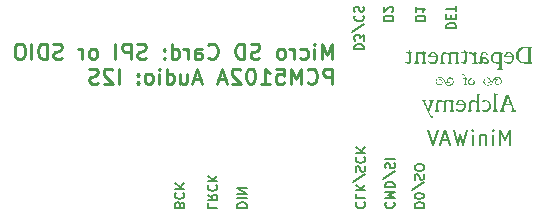
<source format=gbo>
G04 #@! TF.GenerationSoftware,KiCad,Pcbnew,7.0.1*
G04 #@! TF.CreationDate,2023-08-17T16:00:53-05:00*
G04 #@! TF.ProjectId,MiniWAV,4d696e69-5741-4562-9e6b-696361645f70,A*
G04 #@! TF.SameCoordinates,Original*
G04 #@! TF.FileFunction,Legend,Bot*
G04 #@! TF.FilePolarity,Positive*
%FSLAX46Y46*%
G04 Gerber Fmt 4.6, Leading zero omitted, Abs format (unit mm)*
G04 Created by KiCad (PCBNEW 7.0.1) date 2023-08-17 16:00:53*
%MOMM*%
%LPD*%
G01*
G04 APERTURE LIST*
%ADD10C,0.150000*%
%ADD11C,0.190500*%
%ADD12C,0.250000*%
%ADD13C,1.700000*%
%ADD14C,2.286000*%
%ADD15O,1.700000X1.700000*%
%ADD16C,4.500000*%
G04 APERTURE END LIST*
D10*
X155997904Y-106814523D02*
X156797904Y-106814523D01*
X156797904Y-106814523D02*
X156797904Y-106624047D01*
X156797904Y-106624047D02*
X156759809Y-106509761D01*
X156759809Y-106509761D02*
X156683619Y-106433571D01*
X156683619Y-106433571D02*
X156607428Y-106395476D01*
X156607428Y-106395476D02*
X156455047Y-106357380D01*
X156455047Y-106357380D02*
X156340761Y-106357380D01*
X156340761Y-106357380D02*
X156188380Y-106395476D01*
X156188380Y-106395476D02*
X156112190Y-106433571D01*
X156112190Y-106433571D02*
X156036000Y-106509761D01*
X156036000Y-106509761D02*
X155997904Y-106624047D01*
X155997904Y-106624047D02*
X155997904Y-106814523D01*
X156797904Y-105862142D02*
X156797904Y-105785952D01*
X156797904Y-105785952D02*
X156759809Y-105709761D01*
X156759809Y-105709761D02*
X156721714Y-105671666D01*
X156721714Y-105671666D02*
X156645523Y-105633571D01*
X156645523Y-105633571D02*
X156493142Y-105595476D01*
X156493142Y-105595476D02*
X156302666Y-105595476D01*
X156302666Y-105595476D02*
X156150285Y-105633571D01*
X156150285Y-105633571D02*
X156074095Y-105671666D01*
X156074095Y-105671666D02*
X156036000Y-105709761D01*
X156036000Y-105709761D02*
X155997904Y-105785952D01*
X155997904Y-105785952D02*
X155997904Y-105862142D01*
X155997904Y-105862142D02*
X156036000Y-105938333D01*
X156036000Y-105938333D02*
X156074095Y-105976428D01*
X156074095Y-105976428D02*
X156150285Y-106014523D01*
X156150285Y-106014523D02*
X156302666Y-106052619D01*
X156302666Y-106052619D02*
X156493142Y-106052619D01*
X156493142Y-106052619D02*
X156645523Y-106014523D01*
X156645523Y-106014523D02*
X156721714Y-105976428D01*
X156721714Y-105976428D02*
X156759809Y-105938333D01*
X156759809Y-105938333D02*
X156797904Y-105862142D01*
X156836000Y-104681190D02*
X155807428Y-105366904D01*
X156036000Y-104452619D02*
X155997904Y-104338333D01*
X155997904Y-104338333D02*
X155997904Y-104147857D01*
X155997904Y-104147857D02*
X156036000Y-104071666D01*
X156036000Y-104071666D02*
X156074095Y-104033571D01*
X156074095Y-104033571D02*
X156150285Y-103995476D01*
X156150285Y-103995476D02*
X156226476Y-103995476D01*
X156226476Y-103995476D02*
X156302666Y-104033571D01*
X156302666Y-104033571D02*
X156340761Y-104071666D01*
X156340761Y-104071666D02*
X156378857Y-104147857D01*
X156378857Y-104147857D02*
X156416952Y-104300238D01*
X156416952Y-104300238D02*
X156455047Y-104376428D01*
X156455047Y-104376428D02*
X156493142Y-104414523D01*
X156493142Y-104414523D02*
X156569333Y-104452619D01*
X156569333Y-104452619D02*
X156645523Y-104452619D01*
X156645523Y-104452619D02*
X156721714Y-104414523D01*
X156721714Y-104414523D02*
X156759809Y-104376428D01*
X156759809Y-104376428D02*
X156797904Y-104300238D01*
X156797904Y-104300238D02*
X156797904Y-104109761D01*
X156797904Y-104109761D02*
X156759809Y-103995476D01*
X156797904Y-103500237D02*
X156797904Y-103347856D01*
X156797904Y-103347856D02*
X156759809Y-103271666D01*
X156759809Y-103271666D02*
X156683619Y-103195475D01*
X156683619Y-103195475D02*
X156531238Y-103157380D01*
X156531238Y-103157380D02*
X156264571Y-103157380D01*
X156264571Y-103157380D02*
X156112190Y-103195475D01*
X156112190Y-103195475D02*
X156036000Y-103271666D01*
X156036000Y-103271666D02*
X155997904Y-103347856D01*
X155997904Y-103347856D02*
X155997904Y-103500237D01*
X155997904Y-103500237D02*
X156036000Y-103576428D01*
X156036000Y-103576428D02*
X156112190Y-103652618D01*
X156112190Y-103652618D02*
X156264571Y-103690714D01*
X156264571Y-103690714D02*
X156531238Y-103690714D01*
X156531238Y-103690714D02*
X156683619Y-103652618D01*
X156683619Y-103652618D02*
X156759809Y-103576428D01*
X156759809Y-103576428D02*
X156797904Y-103500237D01*
D11*
X164116905Y-101487526D02*
X164116905Y-100217526D01*
X164116905Y-100217526D02*
X163693571Y-101124669D01*
X163693571Y-101124669D02*
X163270238Y-100217526D01*
X163270238Y-100217526D02*
X163270238Y-101487526D01*
X162665476Y-101487526D02*
X162665476Y-100640859D01*
X162665476Y-100217526D02*
X162725952Y-100278002D01*
X162725952Y-100278002D02*
X162665476Y-100338478D01*
X162665476Y-100338478D02*
X162604999Y-100278002D01*
X162604999Y-100278002D02*
X162665476Y-100217526D01*
X162665476Y-100217526D02*
X162665476Y-100338478D01*
X162060714Y-100640859D02*
X162060714Y-101487526D01*
X162060714Y-100761811D02*
X162000237Y-100701335D01*
X162000237Y-100701335D02*
X161879285Y-100640859D01*
X161879285Y-100640859D02*
X161697856Y-100640859D01*
X161697856Y-100640859D02*
X161576904Y-100701335D01*
X161576904Y-100701335D02*
X161516428Y-100822288D01*
X161516428Y-100822288D02*
X161516428Y-101487526D01*
X160911666Y-101487526D02*
X160911666Y-100640859D01*
X160911666Y-100217526D02*
X160972142Y-100278002D01*
X160972142Y-100278002D02*
X160911666Y-100338478D01*
X160911666Y-100338478D02*
X160851189Y-100278002D01*
X160851189Y-100278002D02*
X160911666Y-100217526D01*
X160911666Y-100217526D02*
X160911666Y-100338478D01*
X160427856Y-100217526D02*
X160125475Y-101487526D01*
X160125475Y-101487526D02*
X159883570Y-100580383D01*
X159883570Y-100580383D02*
X159641665Y-101487526D01*
X159641665Y-101487526D02*
X159339285Y-100217526D01*
X158915951Y-101124669D02*
X158311189Y-101124669D01*
X159036903Y-101487526D02*
X158613570Y-100217526D01*
X158613570Y-100217526D02*
X158190236Y-101487526D01*
X157948332Y-100217526D02*
X157524999Y-101487526D01*
X157524999Y-101487526D02*
X157101665Y-100217526D01*
D10*
X153574095Y-106357380D02*
X153536000Y-106395476D01*
X153536000Y-106395476D02*
X153497904Y-106509761D01*
X153497904Y-106509761D02*
X153497904Y-106585952D01*
X153497904Y-106585952D02*
X153536000Y-106700238D01*
X153536000Y-106700238D02*
X153612190Y-106776428D01*
X153612190Y-106776428D02*
X153688380Y-106814523D01*
X153688380Y-106814523D02*
X153840761Y-106852619D01*
X153840761Y-106852619D02*
X153955047Y-106852619D01*
X153955047Y-106852619D02*
X154107428Y-106814523D01*
X154107428Y-106814523D02*
X154183619Y-106776428D01*
X154183619Y-106776428D02*
X154259809Y-106700238D01*
X154259809Y-106700238D02*
X154297904Y-106585952D01*
X154297904Y-106585952D02*
X154297904Y-106509761D01*
X154297904Y-106509761D02*
X154259809Y-106395476D01*
X154259809Y-106395476D02*
X154221714Y-106357380D01*
X153497904Y-106014523D02*
X154297904Y-106014523D01*
X154297904Y-106014523D02*
X153726476Y-105747857D01*
X153726476Y-105747857D02*
X154297904Y-105481190D01*
X154297904Y-105481190D02*
X153497904Y-105481190D01*
X153497904Y-105100237D02*
X154297904Y-105100237D01*
X154297904Y-105100237D02*
X154297904Y-104909761D01*
X154297904Y-104909761D02*
X154259809Y-104795475D01*
X154259809Y-104795475D02*
X154183619Y-104719285D01*
X154183619Y-104719285D02*
X154107428Y-104681190D01*
X154107428Y-104681190D02*
X153955047Y-104643094D01*
X153955047Y-104643094D02*
X153840761Y-104643094D01*
X153840761Y-104643094D02*
X153688380Y-104681190D01*
X153688380Y-104681190D02*
X153612190Y-104719285D01*
X153612190Y-104719285D02*
X153536000Y-104795475D01*
X153536000Y-104795475D02*
X153497904Y-104909761D01*
X153497904Y-104909761D02*
X153497904Y-105100237D01*
X154336000Y-103728809D02*
X153307428Y-104414523D01*
X153536000Y-103500238D02*
X153497904Y-103385952D01*
X153497904Y-103385952D02*
X153497904Y-103195476D01*
X153497904Y-103195476D02*
X153536000Y-103119285D01*
X153536000Y-103119285D02*
X153574095Y-103081190D01*
X153574095Y-103081190D02*
X153650285Y-103043095D01*
X153650285Y-103043095D02*
X153726476Y-103043095D01*
X153726476Y-103043095D02*
X153802666Y-103081190D01*
X153802666Y-103081190D02*
X153840761Y-103119285D01*
X153840761Y-103119285D02*
X153878857Y-103195476D01*
X153878857Y-103195476D02*
X153916952Y-103347857D01*
X153916952Y-103347857D02*
X153955047Y-103424047D01*
X153955047Y-103424047D02*
X153993142Y-103462142D01*
X153993142Y-103462142D02*
X154069333Y-103500238D01*
X154069333Y-103500238D02*
X154145523Y-103500238D01*
X154145523Y-103500238D02*
X154221714Y-103462142D01*
X154221714Y-103462142D02*
X154259809Y-103424047D01*
X154259809Y-103424047D02*
X154297904Y-103347857D01*
X154297904Y-103347857D02*
X154297904Y-103157380D01*
X154297904Y-103157380D02*
X154259809Y-103043095D01*
X153497904Y-102700237D02*
X154297904Y-102700237D01*
X156097904Y-91014523D02*
X156897904Y-91014523D01*
X156897904Y-91014523D02*
X156897904Y-90824047D01*
X156897904Y-90824047D02*
X156859809Y-90709761D01*
X156859809Y-90709761D02*
X156783619Y-90633571D01*
X156783619Y-90633571D02*
X156707428Y-90595476D01*
X156707428Y-90595476D02*
X156555047Y-90557380D01*
X156555047Y-90557380D02*
X156440761Y-90557380D01*
X156440761Y-90557380D02*
X156288380Y-90595476D01*
X156288380Y-90595476D02*
X156212190Y-90633571D01*
X156212190Y-90633571D02*
X156136000Y-90709761D01*
X156136000Y-90709761D02*
X156097904Y-90824047D01*
X156097904Y-90824047D02*
X156097904Y-91014523D01*
X156097904Y-89795476D02*
X156097904Y-90252619D01*
X156097904Y-90024047D02*
X156897904Y-90024047D01*
X156897904Y-90024047D02*
X156783619Y-90100238D01*
X156783619Y-90100238D02*
X156707428Y-90176428D01*
X156707428Y-90176428D02*
X156669333Y-90252619D01*
D12*
X148990476Y-94234904D02*
X148990476Y-92934904D01*
X148990476Y-92934904D02*
X148557142Y-93863476D01*
X148557142Y-93863476D02*
X148123809Y-92934904D01*
X148123809Y-92934904D02*
X148123809Y-94234904D01*
X147504762Y-94234904D02*
X147504762Y-93368238D01*
X147504762Y-92934904D02*
X147566666Y-92996809D01*
X147566666Y-92996809D02*
X147504762Y-93058714D01*
X147504762Y-93058714D02*
X147442857Y-92996809D01*
X147442857Y-92996809D02*
X147504762Y-92934904D01*
X147504762Y-92934904D02*
X147504762Y-93058714D01*
X146328571Y-94173000D02*
X146452380Y-94234904D01*
X146452380Y-94234904D02*
X146699999Y-94234904D01*
X146699999Y-94234904D02*
X146823809Y-94173000D01*
X146823809Y-94173000D02*
X146885714Y-94111095D01*
X146885714Y-94111095D02*
X146947618Y-93987285D01*
X146947618Y-93987285D02*
X146947618Y-93615857D01*
X146947618Y-93615857D02*
X146885714Y-93492047D01*
X146885714Y-93492047D02*
X146823809Y-93430142D01*
X146823809Y-93430142D02*
X146699999Y-93368238D01*
X146699999Y-93368238D02*
X146452380Y-93368238D01*
X146452380Y-93368238D02*
X146328571Y-93430142D01*
X145771428Y-94234904D02*
X145771428Y-93368238D01*
X145771428Y-93615857D02*
X145709523Y-93492047D01*
X145709523Y-93492047D02*
X145647618Y-93430142D01*
X145647618Y-93430142D02*
X145523809Y-93368238D01*
X145523809Y-93368238D02*
X145399999Y-93368238D01*
X144780951Y-94234904D02*
X144904761Y-94173000D01*
X144904761Y-94173000D02*
X144966666Y-94111095D01*
X144966666Y-94111095D02*
X145028570Y-93987285D01*
X145028570Y-93987285D02*
X145028570Y-93615857D01*
X145028570Y-93615857D02*
X144966666Y-93492047D01*
X144966666Y-93492047D02*
X144904761Y-93430142D01*
X144904761Y-93430142D02*
X144780951Y-93368238D01*
X144780951Y-93368238D02*
X144595237Y-93368238D01*
X144595237Y-93368238D02*
X144471428Y-93430142D01*
X144471428Y-93430142D02*
X144409523Y-93492047D01*
X144409523Y-93492047D02*
X144347618Y-93615857D01*
X144347618Y-93615857D02*
X144347618Y-93987285D01*
X144347618Y-93987285D02*
X144409523Y-94111095D01*
X144409523Y-94111095D02*
X144471428Y-94173000D01*
X144471428Y-94173000D02*
X144595237Y-94234904D01*
X144595237Y-94234904D02*
X144780951Y-94234904D01*
X142861904Y-94173000D02*
X142676190Y-94234904D01*
X142676190Y-94234904D02*
X142366666Y-94234904D01*
X142366666Y-94234904D02*
X142242857Y-94173000D01*
X142242857Y-94173000D02*
X142180952Y-94111095D01*
X142180952Y-94111095D02*
X142119047Y-93987285D01*
X142119047Y-93987285D02*
X142119047Y-93863476D01*
X142119047Y-93863476D02*
X142180952Y-93739666D01*
X142180952Y-93739666D02*
X142242857Y-93677761D01*
X142242857Y-93677761D02*
X142366666Y-93615857D01*
X142366666Y-93615857D02*
X142614285Y-93553952D01*
X142614285Y-93553952D02*
X142738095Y-93492047D01*
X142738095Y-93492047D02*
X142800000Y-93430142D01*
X142800000Y-93430142D02*
X142861904Y-93306333D01*
X142861904Y-93306333D02*
X142861904Y-93182523D01*
X142861904Y-93182523D02*
X142800000Y-93058714D01*
X142800000Y-93058714D02*
X142738095Y-92996809D01*
X142738095Y-92996809D02*
X142614285Y-92934904D01*
X142614285Y-92934904D02*
X142304762Y-92934904D01*
X142304762Y-92934904D02*
X142119047Y-92996809D01*
X141561905Y-94234904D02*
X141561905Y-92934904D01*
X141561905Y-92934904D02*
X141252381Y-92934904D01*
X141252381Y-92934904D02*
X141066667Y-92996809D01*
X141066667Y-92996809D02*
X140942857Y-93120619D01*
X140942857Y-93120619D02*
X140880952Y-93244428D01*
X140880952Y-93244428D02*
X140819048Y-93492047D01*
X140819048Y-93492047D02*
X140819048Y-93677761D01*
X140819048Y-93677761D02*
X140880952Y-93925380D01*
X140880952Y-93925380D02*
X140942857Y-94049190D01*
X140942857Y-94049190D02*
X141066667Y-94173000D01*
X141066667Y-94173000D02*
X141252381Y-94234904D01*
X141252381Y-94234904D02*
X141561905Y-94234904D01*
X138528572Y-94111095D02*
X138590476Y-94173000D01*
X138590476Y-94173000D02*
X138776191Y-94234904D01*
X138776191Y-94234904D02*
X138900000Y-94234904D01*
X138900000Y-94234904D02*
X139085714Y-94173000D01*
X139085714Y-94173000D02*
X139209524Y-94049190D01*
X139209524Y-94049190D02*
X139271429Y-93925380D01*
X139271429Y-93925380D02*
X139333333Y-93677761D01*
X139333333Y-93677761D02*
X139333333Y-93492047D01*
X139333333Y-93492047D02*
X139271429Y-93244428D01*
X139271429Y-93244428D02*
X139209524Y-93120619D01*
X139209524Y-93120619D02*
X139085714Y-92996809D01*
X139085714Y-92996809D02*
X138900000Y-92934904D01*
X138900000Y-92934904D02*
X138776191Y-92934904D01*
X138776191Y-92934904D02*
X138590476Y-92996809D01*
X138590476Y-92996809D02*
X138528572Y-93058714D01*
X137414286Y-94234904D02*
X137414286Y-93553952D01*
X137414286Y-93553952D02*
X137476191Y-93430142D01*
X137476191Y-93430142D02*
X137600000Y-93368238D01*
X137600000Y-93368238D02*
X137847619Y-93368238D01*
X137847619Y-93368238D02*
X137971429Y-93430142D01*
X137414286Y-94173000D02*
X137538095Y-94234904D01*
X137538095Y-94234904D02*
X137847619Y-94234904D01*
X137847619Y-94234904D02*
X137971429Y-94173000D01*
X137971429Y-94173000D02*
X138033333Y-94049190D01*
X138033333Y-94049190D02*
X138033333Y-93925380D01*
X138033333Y-93925380D02*
X137971429Y-93801571D01*
X137971429Y-93801571D02*
X137847619Y-93739666D01*
X137847619Y-93739666D02*
X137538095Y-93739666D01*
X137538095Y-93739666D02*
X137414286Y-93677761D01*
X136795239Y-94234904D02*
X136795239Y-93368238D01*
X136795239Y-93615857D02*
X136733334Y-93492047D01*
X136733334Y-93492047D02*
X136671429Y-93430142D01*
X136671429Y-93430142D02*
X136547620Y-93368238D01*
X136547620Y-93368238D02*
X136423810Y-93368238D01*
X135433334Y-94234904D02*
X135433334Y-92934904D01*
X135433334Y-94173000D02*
X135557143Y-94234904D01*
X135557143Y-94234904D02*
X135804762Y-94234904D01*
X135804762Y-94234904D02*
X135928572Y-94173000D01*
X135928572Y-94173000D02*
X135990477Y-94111095D01*
X135990477Y-94111095D02*
X136052381Y-93987285D01*
X136052381Y-93987285D02*
X136052381Y-93615857D01*
X136052381Y-93615857D02*
X135990477Y-93492047D01*
X135990477Y-93492047D02*
X135928572Y-93430142D01*
X135928572Y-93430142D02*
X135804762Y-93368238D01*
X135804762Y-93368238D02*
X135557143Y-93368238D01*
X135557143Y-93368238D02*
X135433334Y-93430142D01*
X134814287Y-94111095D02*
X134752382Y-94173000D01*
X134752382Y-94173000D02*
X134814287Y-94234904D01*
X134814287Y-94234904D02*
X134876191Y-94173000D01*
X134876191Y-94173000D02*
X134814287Y-94111095D01*
X134814287Y-94111095D02*
X134814287Y-94234904D01*
X134814287Y-93430142D02*
X134752382Y-93492047D01*
X134752382Y-93492047D02*
X134814287Y-93553952D01*
X134814287Y-93553952D02*
X134876191Y-93492047D01*
X134876191Y-93492047D02*
X134814287Y-93430142D01*
X134814287Y-93430142D02*
X134814287Y-93553952D01*
X133266667Y-94173000D02*
X133080953Y-94234904D01*
X133080953Y-94234904D02*
X132771429Y-94234904D01*
X132771429Y-94234904D02*
X132647620Y-94173000D01*
X132647620Y-94173000D02*
X132585715Y-94111095D01*
X132585715Y-94111095D02*
X132523810Y-93987285D01*
X132523810Y-93987285D02*
X132523810Y-93863476D01*
X132523810Y-93863476D02*
X132585715Y-93739666D01*
X132585715Y-93739666D02*
X132647620Y-93677761D01*
X132647620Y-93677761D02*
X132771429Y-93615857D01*
X132771429Y-93615857D02*
X133019048Y-93553952D01*
X133019048Y-93553952D02*
X133142858Y-93492047D01*
X133142858Y-93492047D02*
X133204763Y-93430142D01*
X133204763Y-93430142D02*
X133266667Y-93306333D01*
X133266667Y-93306333D02*
X133266667Y-93182523D01*
X133266667Y-93182523D02*
X133204763Y-93058714D01*
X133204763Y-93058714D02*
X133142858Y-92996809D01*
X133142858Y-92996809D02*
X133019048Y-92934904D01*
X133019048Y-92934904D02*
X132709525Y-92934904D01*
X132709525Y-92934904D02*
X132523810Y-92996809D01*
X131966668Y-94234904D02*
X131966668Y-92934904D01*
X131966668Y-92934904D02*
X131471430Y-92934904D01*
X131471430Y-92934904D02*
X131347620Y-92996809D01*
X131347620Y-92996809D02*
X131285715Y-93058714D01*
X131285715Y-93058714D02*
X131223811Y-93182523D01*
X131223811Y-93182523D02*
X131223811Y-93368238D01*
X131223811Y-93368238D02*
X131285715Y-93492047D01*
X131285715Y-93492047D02*
X131347620Y-93553952D01*
X131347620Y-93553952D02*
X131471430Y-93615857D01*
X131471430Y-93615857D02*
X131966668Y-93615857D01*
X130666668Y-94234904D02*
X130666668Y-92934904D01*
X128871429Y-94234904D02*
X128995239Y-94173000D01*
X128995239Y-94173000D02*
X129057144Y-94111095D01*
X129057144Y-94111095D02*
X129119048Y-93987285D01*
X129119048Y-93987285D02*
X129119048Y-93615857D01*
X129119048Y-93615857D02*
X129057144Y-93492047D01*
X129057144Y-93492047D02*
X128995239Y-93430142D01*
X128995239Y-93430142D02*
X128871429Y-93368238D01*
X128871429Y-93368238D02*
X128685715Y-93368238D01*
X128685715Y-93368238D02*
X128561906Y-93430142D01*
X128561906Y-93430142D02*
X128500001Y-93492047D01*
X128500001Y-93492047D02*
X128438096Y-93615857D01*
X128438096Y-93615857D02*
X128438096Y-93987285D01*
X128438096Y-93987285D02*
X128500001Y-94111095D01*
X128500001Y-94111095D02*
X128561906Y-94173000D01*
X128561906Y-94173000D02*
X128685715Y-94234904D01*
X128685715Y-94234904D02*
X128871429Y-94234904D01*
X127880954Y-94234904D02*
X127880954Y-93368238D01*
X127880954Y-93615857D02*
X127819049Y-93492047D01*
X127819049Y-93492047D02*
X127757144Y-93430142D01*
X127757144Y-93430142D02*
X127633335Y-93368238D01*
X127633335Y-93368238D02*
X127509525Y-93368238D01*
X126147620Y-94173000D02*
X125961906Y-94234904D01*
X125961906Y-94234904D02*
X125652382Y-94234904D01*
X125652382Y-94234904D02*
X125528573Y-94173000D01*
X125528573Y-94173000D02*
X125466668Y-94111095D01*
X125466668Y-94111095D02*
X125404763Y-93987285D01*
X125404763Y-93987285D02*
X125404763Y-93863476D01*
X125404763Y-93863476D02*
X125466668Y-93739666D01*
X125466668Y-93739666D02*
X125528573Y-93677761D01*
X125528573Y-93677761D02*
X125652382Y-93615857D01*
X125652382Y-93615857D02*
X125900001Y-93553952D01*
X125900001Y-93553952D02*
X126023811Y-93492047D01*
X126023811Y-93492047D02*
X126085716Y-93430142D01*
X126085716Y-93430142D02*
X126147620Y-93306333D01*
X126147620Y-93306333D02*
X126147620Y-93182523D01*
X126147620Y-93182523D02*
X126085716Y-93058714D01*
X126085716Y-93058714D02*
X126023811Y-92996809D01*
X126023811Y-92996809D02*
X125900001Y-92934904D01*
X125900001Y-92934904D02*
X125590478Y-92934904D01*
X125590478Y-92934904D02*
X125404763Y-92996809D01*
X124847621Y-94234904D02*
X124847621Y-92934904D01*
X124847621Y-92934904D02*
X124538097Y-92934904D01*
X124538097Y-92934904D02*
X124352383Y-92996809D01*
X124352383Y-92996809D02*
X124228573Y-93120619D01*
X124228573Y-93120619D02*
X124166668Y-93244428D01*
X124166668Y-93244428D02*
X124104764Y-93492047D01*
X124104764Y-93492047D02*
X124104764Y-93677761D01*
X124104764Y-93677761D02*
X124166668Y-93925380D01*
X124166668Y-93925380D02*
X124228573Y-94049190D01*
X124228573Y-94049190D02*
X124352383Y-94173000D01*
X124352383Y-94173000D02*
X124538097Y-94234904D01*
X124538097Y-94234904D02*
X124847621Y-94234904D01*
X123547621Y-94234904D02*
X123547621Y-92934904D01*
X122680954Y-92934904D02*
X122433335Y-92934904D01*
X122433335Y-92934904D02*
X122309525Y-92996809D01*
X122309525Y-92996809D02*
X122185716Y-93120619D01*
X122185716Y-93120619D02*
X122123811Y-93368238D01*
X122123811Y-93368238D02*
X122123811Y-93801571D01*
X122123811Y-93801571D02*
X122185716Y-94049190D01*
X122185716Y-94049190D02*
X122309525Y-94173000D01*
X122309525Y-94173000D02*
X122433335Y-94234904D01*
X122433335Y-94234904D02*
X122680954Y-94234904D01*
X122680954Y-94234904D02*
X122804763Y-94173000D01*
X122804763Y-94173000D02*
X122928573Y-94049190D01*
X122928573Y-94049190D02*
X122990477Y-93801571D01*
X122990477Y-93801571D02*
X122990477Y-93368238D01*
X122990477Y-93368238D02*
X122928573Y-93120619D01*
X122928573Y-93120619D02*
X122804763Y-92996809D01*
X122804763Y-92996809D02*
X122680954Y-92934904D01*
X148990476Y-96340904D02*
X148990476Y-95040904D01*
X148990476Y-95040904D02*
X148495238Y-95040904D01*
X148495238Y-95040904D02*
X148371428Y-95102809D01*
X148371428Y-95102809D02*
X148309523Y-95164714D01*
X148309523Y-95164714D02*
X148247619Y-95288523D01*
X148247619Y-95288523D02*
X148247619Y-95474238D01*
X148247619Y-95474238D02*
X148309523Y-95598047D01*
X148309523Y-95598047D02*
X148371428Y-95659952D01*
X148371428Y-95659952D02*
X148495238Y-95721857D01*
X148495238Y-95721857D02*
X148990476Y-95721857D01*
X146947619Y-96217095D02*
X147009523Y-96279000D01*
X147009523Y-96279000D02*
X147195238Y-96340904D01*
X147195238Y-96340904D02*
X147319047Y-96340904D01*
X147319047Y-96340904D02*
X147504761Y-96279000D01*
X147504761Y-96279000D02*
X147628571Y-96155190D01*
X147628571Y-96155190D02*
X147690476Y-96031380D01*
X147690476Y-96031380D02*
X147752380Y-95783761D01*
X147752380Y-95783761D02*
X147752380Y-95598047D01*
X147752380Y-95598047D02*
X147690476Y-95350428D01*
X147690476Y-95350428D02*
X147628571Y-95226619D01*
X147628571Y-95226619D02*
X147504761Y-95102809D01*
X147504761Y-95102809D02*
X147319047Y-95040904D01*
X147319047Y-95040904D02*
X147195238Y-95040904D01*
X147195238Y-95040904D02*
X147009523Y-95102809D01*
X147009523Y-95102809D02*
X146947619Y-95164714D01*
X146390476Y-96340904D02*
X146390476Y-95040904D01*
X146390476Y-95040904D02*
X145957142Y-95969476D01*
X145957142Y-95969476D02*
X145523809Y-95040904D01*
X145523809Y-95040904D02*
X145523809Y-96340904D01*
X144285714Y-95040904D02*
X144904762Y-95040904D01*
X144904762Y-95040904D02*
X144966666Y-95659952D01*
X144966666Y-95659952D02*
X144904762Y-95598047D01*
X144904762Y-95598047D02*
X144780952Y-95536142D01*
X144780952Y-95536142D02*
X144471428Y-95536142D01*
X144471428Y-95536142D02*
X144347619Y-95598047D01*
X144347619Y-95598047D02*
X144285714Y-95659952D01*
X144285714Y-95659952D02*
X144223809Y-95783761D01*
X144223809Y-95783761D02*
X144223809Y-96093285D01*
X144223809Y-96093285D02*
X144285714Y-96217095D01*
X144285714Y-96217095D02*
X144347619Y-96279000D01*
X144347619Y-96279000D02*
X144471428Y-96340904D01*
X144471428Y-96340904D02*
X144780952Y-96340904D01*
X144780952Y-96340904D02*
X144904762Y-96279000D01*
X144904762Y-96279000D02*
X144966666Y-96217095D01*
X142985714Y-96340904D02*
X143728571Y-96340904D01*
X143357143Y-96340904D02*
X143357143Y-95040904D01*
X143357143Y-95040904D02*
X143480952Y-95226619D01*
X143480952Y-95226619D02*
X143604762Y-95350428D01*
X143604762Y-95350428D02*
X143728571Y-95412333D01*
X142180953Y-95040904D02*
X142057143Y-95040904D01*
X142057143Y-95040904D02*
X141933334Y-95102809D01*
X141933334Y-95102809D02*
X141871429Y-95164714D01*
X141871429Y-95164714D02*
X141809524Y-95288523D01*
X141809524Y-95288523D02*
X141747619Y-95536142D01*
X141747619Y-95536142D02*
X141747619Y-95845666D01*
X141747619Y-95845666D02*
X141809524Y-96093285D01*
X141809524Y-96093285D02*
X141871429Y-96217095D01*
X141871429Y-96217095D02*
X141933334Y-96279000D01*
X141933334Y-96279000D02*
X142057143Y-96340904D01*
X142057143Y-96340904D02*
X142180953Y-96340904D01*
X142180953Y-96340904D02*
X142304762Y-96279000D01*
X142304762Y-96279000D02*
X142366667Y-96217095D01*
X142366667Y-96217095D02*
X142428572Y-96093285D01*
X142428572Y-96093285D02*
X142490476Y-95845666D01*
X142490476Y-95845666D02*
X142490476Y-95536142D01*
X142490476Y-95536142D02*
X142428572Y-95288523D01*
X142428572Y-95288523D02*
X142366667Y-95164714D01*
X142366667Y-95164714D02*
X142304762Y-95102809D01*
X142304762Y-95102809D02*
X142180953Y-95040904D01*
X141252381Y-95164714D02*
X141190477Y-95102809D01*
X141190477Y-95102809D02*
X141066667Y-95040904D01*
X141066667Y-95040904D02*
X140757143Y-95040904D01*
X140757143Y-95040904D02*
X140633334Y-95102809D01*
X140633334Y-95102809D02*
X140571429Y-95164714D01*
X140571429Y-95164714D02*
X140509524Y-95288523D01*
X140509524Y-95288523D02*
X140509524Y-95412333D01*
X140509524Y-95412333D02*
X140571429Y-95598047D01*
X140571429Y-95598047D02*
X141314286Y-96340904D01*
X141314286Y-96340904D02*
X140509524Y-96340904D01*
X140014286Y-95969476D02*
X139395239Y-95969476D01*
X140138096Y-96340904D02*
X139704763Y-95040904D01*
X139704763Y-95040904D02*
X139271429Y-96340904D01*
X137909524Y-95969476D02*
X137290477Y-95969476D01*
X138033334Y-96340904D02*
X137600001Y-95040904D01*
X137600001Y-95040904D02*
X137166667Y-96340904D01*
X136176191Y-95474238D02*
X136176191Y-96340904D01*
X136733334Y-95474238D02*
X136733334Y-96155190D01*
X136733334Y-96155190D02*
X136671429Y-96279000D01*
X136671429Y-96279000D02*
X136547619Y-96340904D01*
X136547619Y-96340904D02*
X136361905Y-96340904D01*
X136361905Y-96340904D02*
X136238096Y-96279000D01*
X136238096Y-96279000D02*
X136176191Y-96217095D01*
X135000001Y-96340904D02*
X135000001Y-95040904D01*
X135000001Y-96279000D02*
X135123810Y-96340904D01*
X135123810Y-96340904D02*
X135371429Y-96340904D01*
X135371429Y-96340904D02*
X135495239Y-96279000D01*
X135495239Y-96279000D02*
X135557144Y-96217095D01*
X135557144Y-96217095D02*
X135619048Y-96093285D01*
X135619048Y-96093285D02*
X135619048Y-95721857D01*
X135619048Y-95721857D02*
X135557144Y-95598047D01*
X135557144Y-95598047D02*
X135495239Y-95536142D01*
X135495239Y-95536142D02*
X135371429Y-95474238D01*
X135371429Y-95474238D02*
X135123810Y-95474238D01*
X135123810Y-95474238D02*
X135000001Y-95536142D01*
X134380954Y-96340904D02*
X134380954Y-95474238D01*
X134380954Y-95040904D02*
X134442858Y-95102809D01*
X134442858Y-95102809D02*
X134380954Y-95164714D01*
X134380954Y-95164714D02*
X134319049Y-95102809D01*
X134319049Y-95102809D02*
X134380954Y-95040904D01*
X134380954Y-95040904D02*
X134380954Y-95164714D01*
X133576191Y-96340904D02*
X133700001Y-96279000D01*
X133700001Y-96279000D02*
X133761906Y-96217095D01*
X133761906Y-96217095D02*
X133823810Y-96093285D01*
X133823810Y-96093285D02*
X133823810Y-95721857D01*
X133823810Y-95721857D02*
X133761906Y-95598047D01*
X133761906Y-95598047D02*
X133700001Y-95536142D01*
X133700001Y-95536142D02*
X133576191Y-95474238D01*
X133576191Y-95474238D02*
X133390477Y-95474238D01*
X133390477Y-95474238D02*
X133266668Y-95536142D01*
X133266668Y-95536142D02*
X133204763Y-95598047D01*
X133204763Y-95598047D02*
X133142858Y-95721857D01*
X133142858Y-95721857D02*
X133142858Y-96093285D01*
X133142858Y-96093285D02*
X133204763Y-96217095D01*
X133204763Y-96217095D02*
X133266668Y-96279000D01*
X133266668Y-96279000D02*
X133390477Y-96340904D01*
X133390477Y-96340904D02*
X133576191Y-96340904D01*
X132585716Y-96217095D02*
X132523811Y-96279000D01*
X132523811Y-96279000D02*
X132585716Y-96340904D01*
X132585716Y-96340904D02*
X132647620Y-96279000D01*
X132647620Y-96279000D02*
X132585716Y-96217095D01*
X132585716Y-96217095D02*
X132585716Y-96340904D01*
X132585716Y-95536142D02*
X132523811Y-95598047D01*
X132523811Y-95598047D02*
X132585716Y-95659952D01*
X132585716Y-95659952D02*
X132647620Y-95598047D01*
X132647620Y-95598047D02*
X132585716Y-95536142D01*
X132585716Y-95536142D02*
X132585716Y-95659952D01*
X130976192Y-96340904D02*
X130976192Y-95040904D01*
X130419048Y-95164714D02*
X130357144Y-95102809D01*
X130357144Y-95102809D02*
X130233334Y-95040904D01*
X130233334Y-95040904D02*
X129923810Y-95040904D01*
X129923810Y-95040904D02*
X129800001Y-95102809D01*
X129800001Y-95102809D02*
X129738096Y-95164714D01*
X129738096Y-95164714D02*
X129676191Y-95288523D01*
X129676191Y-95288523D02*
X129676191Y-95412333D01*
X129676191Y-95412333D02*
X129738096Y-95598047D01*
X129738096Y-95598047D02*
X130480953Y-96340904D01*
X130480953Y-96340904D02*
X129676191Y-96340904D01*
X129180953Y-96279000D02*
X128995239Y-96340904D01*
X128995239Y-96340904D02*
X128685715Y-96340904D01*
X128685715Y-96340904D02*
X128561906Y-96279000D01*
X128561906Y-96279000D02*
X128500001Y-96217095D01*
X128500001Y-96217095D02*
X128438096Y-96093285D01*
X128438096Y-96093285D02*
X128438096Y-95969476D01*
X128438096Y-95969476D02*
X128500001Y-95845666D01*
X128500001Y-95845666D02*
X128561906Y-95783761D01*
X128561906Y-95783761D02*
X128685715Y-95721857D01*
X128685715Y-95721857D02*
X128933334Y-95659952D01*
X128933334Y-95659952D02*
X129057144Y-95598047D01*
X129057144Y-95598047D02*
X129119049Y-95536142D01*
X129119049Y-95536142D02*
X129180953Y-95412333D01*
X129180953Y-95412333D02*
X129180953Y-95288523D01*
X129180953Y-95288523D02*
X129119049Y-95164714D01*
X129119049Y-95164714D02*
X129057144Y-95102809D01*
X129057144Y-95102809D02*
X128933334Y-95040904D01*
X128933334Y-95040904D02*
X128623811Y-95040904D01*
X128623811Y-95040904D02*
X128438096Y-95102809D01*
D10*
X158697904Y-91614523D02*
X159497904Y-91614523D01*
X159497904Y-91614523D02*
X159497904Y-91424047D01*
X159497904Y-91424047D02*
X159459809Y-91309761D01*
X159459809Y-91309761D02*
X159383619Y-91233571D01*
X159383619Y-91233571D02*
X159307428Y-91195476D01*
X159307428Y-91195476D02*
X159155047Y-91157380D01*
X159155047Y-91157380D02*
X159040761Y-91157380D01*
X159040761Y-91157380D02*
X158888380Y-91195476D01*
X158888380Y-91195476D02*
X158812190Y-91233571D01*
X158812190Y-91233571D02*
X158736000Y-91309761D01*
X158736000Y-91309761D02*
X158697904Y-91424047D01*
X158697904Y-91424047D02*
X158697904Y-91614523D01*
X159116952Y-90814523D02*
X159116952Y-90547857D01*
X158697904Y-90433571D02*
X158697904Y-90814523D01*
X158697904Y-90814523D02*
X159497904Y-90814523D01*
X159497904Y-90814523D02*
X159497904Y-90433571D01*
X159497904Y-90204999D02*
X159497904Y-89747856D01*
X158697904Y-89976428D02*
X159497904Y-89976428D01*
X136116952Y-106547857D02*
X136078857Y-106433571D01*
X136078857Y-106433571D02*
X136040761Y-106395476D01*
X136040761Y-106395476D02*
X135964571Y-106357380D01*
X135964571Y-106357380D02*
X135850285Y-106357380D01*
X135850285Y-106357380D02*
X135774095Y-106395476D01*
X135774095Y-106395476D02*
X135736000Y-106433571D01*
X135736000Y-106433571D02*
X135697904Y-106509761D01*
X135697904Y-106509761D02*
X135697904Y-106814523D01*
X135697904Y-106814523D02*
X136497904Y-106814523D01*
X136497904Y-106814523D02*
X136497904Y-106547857D01*
X136497904Y-106547857D02*
X136459809Y-106471666D01*
X136459809Y-106471666D02*
X136421714Y-106433571D01*
X136421714Y-106433571D02*
X136345523Y-106395476D01*
X136345523Y-106395476D02*
X136269333Y-106395476D01*
X136269333Y-106395476D02*
X136193142Y-106433571D01*
X136193142Y-106433571D02*
X136155047Y-106471666D01*
X136155047Y-106471666D02*
X136116952Y-106547857D01*
X136116952Y-106547857D02*
X136116952Y-106814523D01*
X135774095Y-105557380D02*
X135736000Y-105595476D01*
X135736000Y-105595476D02*
X135697904Y-105709761D01*
X135697904Y-105709761D02*
X135697904Y-105785952D01*
X135697904Y-105785952D02*
X135736000Y-105900238D01*
X135736000Y-105900238D02*
X135812190Y-105976428D01*
X135812190Y-105976428D02*
X135888380Y-106014523D01*
X135888380Y-106014523D02*
X136040761Y-106052619D01*
X136040761Y-106052619D02*
X136155047Y-106052619D01*
X136155047Y-106052619D02*
X136307428Y-106014523D01*
X136307428Y-106014523D02*
X136383619Y-105976428D01*
X136383619Y-105976428D02*
X136459809Y-105900238D01*
X136459809Y-105900238D02*
X136497904Y-105785952D01*
X136497904Y-105785952D02*
X136497904Y-105709761D01*
X136497904Y-105709761D02*
X136459809Y-105595476D01*
X136459809Y-105595476D02*
X136421714Y-105557380D01*
X135697904Y-105214523D02*
X136497904Y-105214523D01*
X135697904Y-104757380D02*
X136155047Y-105100238D01*
X136497904Y-104757380D02*
X136040761Y-105214523D01*
X138497904Y-106433571D02*
X138497904Y-106814523D01*
X138497904Y-106814523D02*
X139297904Y-106814523D01*
X138497904Y-105709761D02*
X138878857Y-105976428D01*
X138497904Y-106166904D02*
X139297904Y-106166904D01*
X139297904Y-106166904D02*
X139297904Y-105862142D01*
X139297904Y-105862142D02*
X139259809Y-105785952D01*
X139259809Y-105785952D02*
X139221714Y-105747857D01*
X139221714Y-105747857D02*
X139145523Y-105709761D01*
X139145523Y-105709761D02*
X139031238Y-105709761D01*
X139031238Y-105709761D02*
X138955047Y-105747857D01*
X138955047Y-105747857D02*
X138916952Y-105785952D01*
X138916952Y-105785952D02*
X138878857Y-105862142D01*
X138878857Y-105862142D02*
X138878857Y-106166904D01*
X138574095Y-104909761D02*
X138536000Y-104947857D01*
X138536000Y-104947857D02*
X138497904Y-105062142D01*
X138497904Y-105062142D02*
X138497904Y-105138333D01*
X138497904Y-105138333D02*
X138536000Y-105252619D01*
X138536000Y-105252619D02*
X138612190Y-105328809D01*
X138612190Y-105328809D02*
X138688380Y-105366904D01*
X138688380Y-105366904D02*
X138840761Y-105405000D01*
X138840761Y-105405000D02*
X138955047Y-105405000D01*
X138955047Y-105405000D02*
X139107428Y-105366904D01*
X139107428Y-105366904D02*
X139183619Y-105328809D01*
X139183619Y-105328809D02*
X139259809Y-105252619D01*
X139259809Y-105252619D02*
X139297904Y-105138333D01*
X139297904Y-105138333D02*
X139297904Y-105062142D01*
X139297904Y-105062142D02*
X139259809Y-104947857D01*
X139259809Y-104947857D02*
X139221714Y-104909761D01*
X138497904Y-104566904D02*
X139297904Y-104566904D01*
X138497904Y-104109761D02*
X138955047Y-104452619D01*
X139297904Y-104109761D02*
X138840761Y-104566904D01*
X151074095Y-106357380D02*
X151036000Y-106395476D01*
X151036000Y-106395476D02*
X150997904Y-106509761D01*
X150997904Y-106509761D02*
X150997904Y-106585952D01*
X150997904Y-106585952D02*
X151036000Y-106700238D01*
X151036000Y-106700238D02*
X151112190Y-106776428D01*
X151112190Y-106776428D02*
X151188380Y-106814523D01*
X151188380Y-106814523D02*
X151340761Y-106852619D01*
X151340761Y-106852619D02*
X151455047Y-106852619D01*
X151455047Y-106852619D02*
X151607428Y-106814523D01*
X151607428Y-106814523D02*
X151683619Y-106776428D01*
X151683619Y-106776428D02*
X151759809Y-106700238D01*
X151759809Y-106700238D02*
X151797904Y-106585952D01*
X151797904Y-106585952D02*
X151797904Y-106509761D01*
X151797904Y-106509761D02*
X151759809Y-106395476D01*
X151759809Y-106395476D02*
X151721714Y-106357380D01*
X150997904Y-105633571D02*
X150997904Y-106014523D01*
X150997904Y-106014523D02*
X151797904Y-106014523D01*
X150997904Y-105366904D02*
X151797904Y-105366904D01*
X150997904Y-104909761D02*
X151455047Y-105252619D01*
X151797904Y-104909761D02*
X151340761Y-105366904D01*
X151836000Y-103995476D02*
X150807428Y-104681190D01*
X151036000Y-103766905D02*
X150997904Y-103652619D01*
X150997904Y-103652619D02*
X150997904Y-103462143D01*
X150997904Y-103462143D02*
X151036000Y-103385952D01*
X151036000Y-103385952D02*
X151074095Y-103347857D01*
X151074095Y-103347857D02*
X151150285Y-103309762D01*
X151150285Y-103309762D02*
X151226476Y-103309762D01*
X151226476Y-103309762D02*
X151302666Y-103347857D01*
X151302666Y-103347857D02*
X151340761Y-103385952D01*
X151340761Y-103385952D02*
X151378857Y-103462143D01*
X151378857Y-103462143D02*
X151416952Y-103614524D01*
X151416952Y-103614524D02*
X151455047Y-103690714D01*
X151455047Y-103690714D02*
X151493142Y-103728809D01*
X151493142Y-103728809D02*
X151569333Y-103766905D01*
X151569333Y-103766905D02*
X151645523Y-103766905D01*
X151645523Y-103766905D02*
X151721714Y-103728809D01*
X151721714Y-103728809D02*
X151759809Y-103690714D01*
X151759809Y-103690714D02*
X151797904Y-103614524D01*
X151797904Y-103614524D02*
X151797904Y-103424047D01*
X151797904Y-103424047D02*
X151759809Y-103309762D01*
X151074095Y-102509761D02*
X151036000Y-102547857D01*
X151036000Y-102547857D02*
X150997904Y-102662142D01*
X150997904Y-102662142D02*
X150997904Y-102738333D01*
X150997904Y-102738333D02*
X151036000Y-102852619D01*
X151036000Y-102852619D02*
X151112190Y-102928809D01*
X151112190Y-102928809D02*
X151188380Y-102966904D01*
X151188380Y-102966904D02*
X151340761Y-103005000D01*
X151340761Y-103005000D02*
X151455047Y-103005000D01*
X151455047Y-103005000D02*
X151607428Y-102966904D01*
X151607428Y-102966904D02*
X151683619Y-102928809D01*
X151683619Y-102928809D02*
X151759809Y-102852619D01*
X151759809Y-102852619D02*
X151797904Y-102738333D01*
X151797904Y-102738333D02*
X151797904Y-102662142D01*
X151797904Y-102662142D02*
X151759809Y-102547857D01*
X151759809Y-102547857D02*
X151721714Y-102509761D01*
X150997904Y-102166904D02*
X151797904Y-102166904D01*
X150997904Y-101709761D02*
X151455047Y-102052619D01*
X151797904Y-101709761D02*
X151340761Y-102166904D01*
X150897904Y-93414523D02*
X151697904Y-93414523D01*
X151697904Y-93414523D02*
X151697904Y-93224047D01*
X151697904Y-93224047D02*
X151659809Y-93109761D01*
X151659809Y-93109761D02*
X151583619Y-93033571D01*
X151583619Y-93033571D02*
X151507428Y-92995476D01*
X151507428Y-92995476D02*
X151355047Y-92957380D01*
X151355047Y-92957380D02*
X151240761Y-92957380D01*
X151240761Y-92957380D02*
X151088380Y-92995476D01*
X151088380Y-92995476D02*
X151012190Y-93033571D01*
X151012190Y-93033571D02*
X150936000Y-93109761D01*
X150936000Y-93109761D02*
X150897904Y-93224047D01*
X150897904Y-93224047D02*
X150897904Y-93414523D01*
X151697904Y-92690714D02*
X151697904Y-92195476D01*
X151697904Y-92195476D02*
X151393142Y-92462142D01*
X151393142Y-92462142D02*
X151393142Y-92347857D01*
X151393142Y-92347857D02*
X151355047Y-92271666D01*
X151355047Y-92271666D02*
X151316952Y-92233571D01*
X151316952Y-92233571D02*
X151240761Y-92195476D01*
X151240761Y-92195476D02*
X151050285Y-92195476D01*
X151050285Y-92195476D02*
X150974095Y-92233571D01*
X150974095Y-92233571D02*
X150936000Y-92271666D01*
X150936000Y-92271666D02*
X150897904Y-92347857D01*
X150897904Y-92347857D02*
X150897904Y-92576428D01*
X150897904Y-92576428D02*
X150936000Y-92652619D01*
X150936000Y-92652619D02*
X150974095Y-92690714D01*
X151736000Y-91281190D02*
X150707428Y-91966904D01*
X150974095Y-90557380D02*
X150936000Y-90595476D01*
X150936000Y-90595476D02*
X150897904Y-90709761D01*
X150897904Y-90709761D02*
X150897904Y-90785952D01*
X150897904Y-90785952D02*
X150936000Y-90900238D01*
X150936000Y-90900238D02*
X151012190Y-90976428D01*
X151012190Y-90976428D02*
X151088380Y-91014523D01*
X151088380Y-91014523D02*
X151240761Y-91052619D01*
X151240761Y-91052619D02*
X151355047Y-91052619D01*
X151355047Y-91052619D02*
X151507428Y-91014523D01*
X151507428Y-91014523D02*
X151583619Y-90976428D01*
X151583619Y-90976428D02*
X151659809Y-90900238D01*
X151659809Y-90900238D02*
X151697904Y-90785952D01*
X151697904Y-90785952D02*
X151697904Y-90709761D01*
X151697904Y-90709761D02*
X151659809Y-90595476D01*
X151659809Y-90595476D02*
X151621714Y-90557380D01*
X150936000Y-90252619D02*
X150897904Y-90138333D01*
X150897904Y-90138333D02*
X150897904Y-89947857D01*
X150897904Y-89947857D02*
X150936000Y-89871666D01*
X150936000Y-89871666D02*
X150974095Y-89833571D01*
X150974095Y-89833571D02*
X151050285Y-89795476D01*
X151050285Y-89795476D02*
X151126476Y-89795476D01*
X151126476Y-89795476D02*
X151202666Y-89833571D01*
X151202666Y-89833571D02*
X151240761Y-89871666D01*
X151240761Y-89871666D02*
X151278857Y-89947857D01*
X151278857Y-89947857D02*
X151316952Y-90100238D01*
X151316952Y-90100238D02*
X151355047Y-90176428D01*
X151355047Y-90176428D02*
X151393142Y-90214523D01*
X151393142Y-90214523D02*
X151469333Y-90252619D01*
X151469333Y-90252619D02*
X151545523Y-90252619D01*
X151545523Y-90252619D02*
X151621714Y-90214523D01*
X151621714Y-90214523D02*
X151659809Y-90176428D01*
X151659809Y-90176428D02*
X151697904Y-90100238D01*
X151697904Y-90100238D02*
X151697904Y-89909761D01*
X151697904Y-89909761D02*
X151659809Y-89795476D01*
X140997904Y-106814523D02*
X141797904Y-106814523D01*
X141797904Y-106814523D02*
X141797904Y-106624047D01*
X141797904Y-106624047D02*
X141759809Y-106509761D01*
X141759809Y-106509761D02*
X141683619Y-106433571D01*
X141683619Y-106433571D02*
X141607428Y-106395476D01*
X141607428Y-106395476D02*
X141455047Y-106357380D01*
X141455047Y-106357380D02*
X141340761Y-106357380D01*
X141340761Y-106357380D02*
X141188380Y-106395476D01*
X141188380Y-106395476D02*
X141112190Y-106433571D01*
X141112190Y-106433571D02*
X141036000Y-106509761D01*
X141036000Y-106509761D02*
X140997904Y-106624047D01*
X140997904Y-106624047D02*
X140997904Y-106814523D01*
X140997904Y-106014523D02*
X141797904Y-106014523D01*
X140997904Y-105633571D02*
X141797904Y-105633571D01*
X141797904Y-105633571D02*
X140997904Y-105176428D01*
X140997904Y-105176428D02*
X141797904Y-105176428D01*
X153397904Y-91014523D02*
X154197904Y-91014523D01*
X154197904Y-91014523D02*
X154197904Y-90824047D01*
X154197904Y-90824047D02*
X154159809Y-90709761D01*
X154159809Y-90709761D02*
X154083619Y-90633571D01*
X154083619Y-90633571D02*
X154007428Y-90595476D01*
X154007428Y-90595476D02*
X153855047Y-90557380D01*
X153855047Y-90557380D02*
X153740761Y-90557380D01*
X153740761Y-90557380D02*
X153588380Y-90595476D01*
X153588380Y-90595476D02*
X153512190Y-90633571D01*
X153512190Y-90633571D02*
X153436000Y-90709761D01*
X153436000Y-90709761D02*
X153397904Y-90824047D01*
X153397904Y-90824047D02*
X153397904Y-91014523D01*
X154121714Y-90252619D02*
X154159809Y-90214523D01*
X154159809Y-90214523D02*
X154197904Y-90138333D01*
X154197904Y-90138333D02*
X154197904Y-89947857D01*
X154197904Y-89947857D02*
X154159809Y-89871666D01*
X154159809Y-89871666D02*
X154121714Y-89833571D01*
X154121714Y-89833571D02*
X154045523Y-89795476D01*
X154045523Y-89795476D02*
X153969333Y-89795476D01*
X153969333Y-89795476D02*
X153855047Y-89833571D01*
X153855047Y-89833571D02*
X153397904Y-90290714D01*
X153397904Y-90290714D02*
X153397904Y-89795476D01*
G36*
X162778969Y-97150397D02*
G01*
X162867847Y-97173270D01*
X162955066Y-97201802D01*
X163022633Y-97229673D01*
X163052554Y-97250566D01*
X163040033Y-97275305D01*
X162989647Y-97298370D01*
X162916892Y-97316630D01*
X162916892Y-97886295D01*
X162917661Y-98060715D01*
X162921528Y-98250079D01*
X162929370Y-98392228D01*
X162941976Y-98492863D01*
X162960139Y-98557686D01*
X162984649Y-98592399D01*
X163016297Y-98602703D01*
X163036958Y-98607856D01*
X163059910Y-98645608D01*
X163052626Y-98664612D01*
X163018954Y-98679160D01*
X162948492Y-98686493D01*
X162831081Y-98688513D01*
X162751828Y-98687670D01*
X162662650Y-98681963D01*
X162615832Y-98669505D01*
X162602253Y-98648709D01*
X162620087Y-98618002D01*
X162673762Y-98590957D01*
X162745271Y-98573009D01*
X162745271Y-97858464D01*
X162745451Y-97699231D01*
X162746131Y-97519869D01*
X162747245Y-97367140D01*
X162748715Y-97248686D01*
X162750467Y-97172152D01*
X162752422Y-97145181D01*
X162778969Y-97150397D01*
G37*
G36*
X161108508Y-96092789D02*
G01*
X161113273Y-96193321D01*
X161075071Y-96306962D01*
X160989952Y-96406740D01*
X160950245Y-96432067D01*
X160843531Y-96457406D01*
X160729376Y-96438843D01*
X160626243Y-96377844D01*
X160595105Y-96347446D01*
X160545262Y-96269511D01*
X160522046Y-96164090D01*
X160520596Y-96148584D01*
X160643300Y-96148584D01*
X160650293Y-96249223D01*
X160682163Y-96324320D01*
X160698106Y-96339446D01*
X160771310Y-96367692D01*
X160856350Y-96363939D01*
X160925775Y-96327797D01*
X160950567Y-96295256D01*
X160985500Y-96199971D01*
X160992513Y-96092789D01*
X160968018Y-96001429D01*
X160938927Y-95963528D01*
X160862248Y-95921940D01*
X160775536Y-95924322D01*
X160698651Y-95972786D01*
X160659993Y-96047784D01*
X160643300Y-96148584D01*
X160520596Y-96148584D01*
X160517071Y-96110878D01*
X160521299Y-96045686D01*
X160549664Y-95992129D01*
X160611468Y-95925379D01*
X160648406Y-95889456D01*
X160705580Y-95845718D01*
X160760536Y-95831314D01*
X160836779Y-95837030D01*
X160861754Y-95841258D01*
X160978800Y-95889783D01*
X161061896Y-95972673D01*
X161107801Y-96077872D01*
X161108508Y-96092789D01*
G37*
G36*
X162072443Y-97687175D02*
G01*
X162131326Y-97711771D01*
X162250586Y-97789085D01*
X162353607Y-97888806D01*
X162420590Y-97993510D01*
X162433180Y-98029341D01*
X162455593Y-98160160D01*
X162454305Y-98301390D01*
X162428726Y-98422068D01*
X162404130Y-98474734D01*
X162310985Y-98593439D01*
X162187500Y-98678286D01*
X162138855Y-98694684D01*
X162015048Y-98704955D01*
X161880994Y-98684862D01*
X161760931Y-98636761D01*
X161703711Y-98593052D01*
X161674662Y-98548275D01*
X161682372Y-98517582D01*
X161729843Y-98512930D01*
X161757958Y-98517227D01*
X161839212Y-98527104D01*
X161936796Y-98537006D01*
X161988940Y-98541084D01*
X162062055Y-98538690D01*
X162114566Y-98516366D01*
X162170326Y-98466958D01*
X162228107Y-98387978D01*
X162271125Y-98269167D01*
X162283705Y-98140521D01*
X162266457Y-98016969D01*
X162219991Y-97913443D01*
X162144917Y-97844874D01*
X162109868Y-97827834D01*
X162033611Y-97805470D01*
X161958754Y-97814994D01*
X161861593Y-97857461D01*
X161840372Y-97867700D01*
X161755302Y-97890880D01*
X161704071Y-97868146D01*
X161686937Y-97799583D01*
X161700979Y-97752083D01*
X161758763Y-97701645D01*
X161848889Y-97671403D01*
X161957926Y-97665275D01*
X162072443Y-97687175D01*
G37*
G36*
X160280173Y-93474031D02*
G01*
X160325239Y-93534011D01*
X160379086Y-93601541D01*
X160455634Y-93653720D01*
X160505465Y-93680970D01*
X160539446Y-93721962D01*
X160528579Y-93755075D01*
X160471284Y-93768694D01*
X160399775Y-93768694D01*
X160399775Y-94154842D01*
X160399490Y-94263235D01*
X160397329Y-94389608D01*
X160391896Y-94475906D01*
X160381851Y-94532516D01*
X160365855Y-94569818D01*
X160342568Y-94598198D01*
X160342215Y-94598551D01*
X160258119Y-94646082D01*
X160147191Y-94646265D01*
X160006784Y-94599106D01*
X159964299Y-94578239D01*
X159909540Y-94537859D01*
X159902380Y-94500146D01*
X159924762Y-94472649D01*
X159971700Y-94484308D01*
X160019502Y-94501516D01*
X160098265Y-94512387D01*
X160116009Y-94511411D01*
X160161965Y-94493388D01*
X160194063Y-94447129D01*
X160214398Y-94365458D01*
X160225064Y-94241197D01*
X160228154Y-94067169D01*
X160228154Y-93768694D01*
X160085136Y-93768694D01*
X160033684Y-93767888D01*
X159967863Y-93763557D01*
X159942118Y-93756731D01*
X159939900Y-93745121D01*
X159924755Y-93699524D01*
X159921221Y-93686809D01*
X159931429Y-93666409D01*
X159976635Y-93656730D01*
X160067882Y-93654279D01*
X160228371Y-93654279D01*
X160221112Y-93564430D01*
X160221625Y-93514409D01*
X160242452Y-93468426D01*
X160280173Y-93474031D01*
G37*
G36*
X155582102Y-93478030D02*
G01*
X155629529Y-93541342D01*
X155629994Y-93542154D01*
X155690261Y-93611919D01*
X155765396Y-93658358D01*
X155816225Y-93683350D01*
X155848979Y-93722255D01*
X155837576Y-93754957D01*
X155780293Y-93768694D01*
X155708784Y-93768694D01*
X155708784Y-94136683D01*
X155708640Y-94210960D01*
X155706716Y-94344165D01*
X155701348Y-94436400D01*
X155691028Y-94498940D01*
X155674248Y-94543061D01*
X155649501Y-94580039D01*
X155598374Y-94628046D01*
X155513634Y-94654777D01*
X155511031Y-94654737D01*
X155435162Y-94642422D01*
X155350234Y-94613625D01*
X155272355Y-94576065D01*
X155217630Y-94537458D01*
X155202166Y-94505525D01*
X155211868Y-94490975D01*
X155254702Y-94480902D01*
X155335294Y-94500134D01*
X155424087Y-94502344D01*
X155478281Y-94471500D01*
X155488747Y-94453506D01*
X155510078Y-94377720D01*
X155525711Y-94268233D01*
X155534303Y-94141448D01*
X155534509Y-94013770D01*
X155524985Y-93901604D01*
X155505505Y-93771703D01*
X155371422Y-93763048D01*
X155310197Y-93756851D01*
X155250486Y-93738152D01*
X155227834Y-93704335D01*
X155226533Y-93695267D01*
X155235386Y-93669375D01*
X155276248Y-93657273D01*
X155361631Y-93654279D01*
X155432341Y-93653259D01*
X155483487Y-93644033D01*
X155505440Y-93617239D01*
X155513898Y-93563520D01*
X155520783Y-93519140D01*
X155545212Y-93470752D01*
X155582102Y-93478030D01*
G37*
G36*
X160130188Y-95516311D02*
G01*
X160228953Y-95558012D01*
X160308279Y-95639307D01*
X160353474Y-95746818D01*
X160380080Y-95819492D01*
X160421327Y-95873085D01*
X160442853Y-95889526D01*
X160455729Y-95911308D01*
X160421228Y-95929283D01*
X160399578Y-95943235D01*
X160382003Y-95979509D01*
X160373431Y-96047963D01*
X160371172Y-96161052D01*
X160371554Y-96210569D01*
X160377023Y-96309632D01*
X160390497Y-96365928D01*
X160413913Y-96389818D01*
X160433620Y-96400415D01*
X160445248Y-96424675D01*
X160434377Y-96429499D01*
X160382997Y-96436951D01*
X160307947Y-96442077D01*
X160229382Y-96444126D01*
X160167462Y-96442344D01*
X160142343Y-96435980D01*
X160158918Y-96414429D01*
X160200828Y-96370344D01*
X160222099Y-96346007D01*
X160244332Y-96299094D01*
X160252784Y-96229635D01*
X160250884Y-96120510D01*
X160249641Y-96093224D01*
X160243318Y-96002387D01*
X160231937Y-95953174D01*
X160210362Y-95932858D01*
X160173455Y-95928713D01*
X160126957Y-95920271D01*
X160092412Y-95892511D01*
X160105828Y-95866071D01*
X160172305Y-95856757D01*
X160192610Y-95856656D01*
X160241154Y-95849996D01*
X160255354Y-95820705D01*
X160247236Y-95751962D01*
X160235888Y-95695072D01*
X160205890Y-95625851D01*
X160157829Y-95603107D01*
X160083119Y-95619933D01*
X160048773Y-95631856D01*
X160002443Y-95637136D01*
X159980871Y-95613121D01*
X159975031Y-95566929D01*
X160011546Y-95527100D01*
X160097225Y-95513513D01*
X160130188Y-95516311D01*
G37*
G36*
X164393720Y-93952802D02*
G01*
X164401166Y-93968561D01*
X164428169Y-94122415D01*
X164416124Y-94275536D01*
X164366576Y-94416404D01*
X164281070Y-94533496D01*
X164161149Y-94615288D01*
X164048495Y-94647804D01*
X163892530Y-94641929D01*
X163723409Y-94581338D01*
X163718976Y-94579106D01*
X163641908Y-94532108D01*
X163590405Y-94486332D01*
X163569452Y-94450142D01*
X163584033Y-94431899D01*
X163639133Y-94439965D01*
X163676505Y-94451469D01*
X163805983Y-94487311D01*
X163899486Y-94503548D01*
X163970802Y-94501690D01*
X164033718Y-94483251D01*
X164045682Y-94477909D01*
X164140888Y-94404203D01*
X164207436Y-94297090D01*
X164232551Y-94176295D01*
X164232658Y-94083333D01*
X163574775Y-94083333D01*
X163574775Y-94008996D01*
X163575445Y-93992967D01*
X163593860Y-93916781D01*
X163776639Y-93916781D01*
X163777505Y-93951131D01*
X163780147Y-93952378D01*
X163822788Y-93959452D01*
X163904639Y-93967607D01*
X164010980Y-93975318D01*
X164127116Y-93980495D01*
X164199249Y-93974948D01*
X164227387Y-93952802D01*
X164218126Y-93908587D01*
X164178066Y-93836836D01*
X164163716Y-93815399D01*
X164084447Y-93744998D01*
X163992308Y-93723543D01*
X163899385Y-93754599D01*
X163849438Y-93799767D01*
X163804440Y-93860162D01*
X163776639Y-93916781D01*
X163593860Y-93916781D01*
X163600632Y-93888764D01*
X163652506Y-93780493D01*
X163717727Y-93697244D01*
X163779152Y-93655102D01*
X163901340Y-93619386D01*
X164035371Y-93624938D01*
X164165664Y-93670188D01*
X164276639Y-93753568D01*
X164333572Y-93825498D01*
X164393720Y-93952802D01*
G37*
G36*
X161038032Y-93605373D02*
G01*
X161049663Y-93609611D01*
X161114096Y-93630916D01*
X161197699Y-93656767D01*
X161207250Y-93659762D01*
X161277086Y-93692549D01*
X161312170Y-93728243D01*
X161307244Y-93756929D01*
X161257053Y-93768694D01*
X161255479Y-93768698D01*
X161232521Y-93771815D01*
X161217106Y-93786891D01*
X161208041Y-93822971D01*
X161204131Y-93889101D01*
X161204181Y-93994326D01*
X161206997Y-94147691D01*
X161207467Y-94169906D01*
X161211103Y-94316792D01*
X161215767Y-94416934D01*
X161223192Y-94479619D01*
X161235107Y-94514138D01*
X161253245Y-94529779D01*
X161279336Y-94535829D01*
X161319345Y-94550437D01*
X161343694Y-94585886D01*
X161332512Y-94605754D01*
X161292071Y-94618431D01*
X161213082Y-94624955D01*
X161086262Y-94626802D01*
X160960615Y-94625006D01*
X160881193Y-94618562D01*
X160840368Y-94605987D01*
X160828829Y-94585796D01*
X160848659Y-94555646D01*
X160907489Y-94535740D01*
X160986149Y-94526689D01*
X160994245Y-94238561D01*
X160996714Y-94121111D01*
X160994952Y-94024444D01*
X160986226Y-93959625D01*
X160968513Y-93913000D01*
X160939790Y-93870912D01*
X160896657Y-93823906D01*
X160845913Y-93802886D01*
X160768317Y-93808810D01*
X160719313Y-93814802D01*
X160663489Y-93808147D01*
X160632123Y-93775269D01*
X160620605Y-93746027D01*
X160627278Y-93684075D01*
X160674137Y-93641523D01*
X160749632Y-93625611D01*
X160842210Y-93643582D01*
X160855622Y-93650971D01*
X160906461Y-93697050D01*
X160961648Y-93765147D01*
X161034424Y-93868806D01*
X161015091Y-93728978D01*
X161012200Y-93707420D01*
X161005968Y-93634776D01*
X161013882Y-93604519D01*
X161038032Y-93605373D01*
G37*
G36*
X160320238Y-98002354D02*
G01*
X160323458Y-98008967D01*
X160353443Y-98155760D01*
X160347985Y-98304856D01*
X160306507Y-98444935D01*
X160228428Y-98564676D01*
X160113172Y-98652759D01*
X160074886Y-98670552D01*
X159978204Y-98703890D01*
X159898767Y-98717117D01*
X159863724Y-98713594D01*
X159780362Y-98691004D01*
X159687537Y-98654031D01*
X159601326Y-98610334D01*
X159537809Y-98567572D01*
X159513063Y-98533402D01*
X159523203Y-98490547D01*
X159561675Y-98482200D01*
X159636347Y-98511767D01*
X159760876Y-98550422D01*
X159893890Y-98553149D01*
X160009217Y-98519252D01*
X160028885Y-98506798D01*
X160098972Y-98430800D01*
X160150744Y-98328206D01*
X160170946Y-98223270D01*
X160170596Y-98209232D01*
X160158934Y-98171030D01*
X160119747Y-98149458D01*
X160038238Y-98134631D01*
X159950766Y-98126038D01*
X159825139Y-98119102D01*
X159698007Y-98116441D01*
X159490484Y-98116441D01*
X159511602Y-98022807D01*
X159514342Y-98011136D01*
X159529736Y-97972123D01*
X159713289Y-97972123D01*
X159714104Y-97987850D01*
X159725265Y-98011069D01*
X159758805Y-98023938D01*
X159826328Y-98029458D01*
X159939440Y-98030631D01*
X160007039Y-98030391D01*
X160092968Y-98027554D01*
X160138378Y-98019169D01*
X160154068Y-98002354D01*
X160150841Y-97974227D01*
X160136467Y-97936549D01*
X160079571Y-97857426D01*
X160003594Y-97797162D01*
X159927881Y-97773198D01*
X159874512Y-97784794D01*
X159797825Y-97832588D01*
X159737643Y-97901002D01*
X159713289Y-97972123D01*
X159529736Y-97972123D01*
X159574255Y-97859298D01*
X159665830Y-97749614D01*
X159782515Y-97685782D01*
X159917758Y-97671499D01*
X160065005Y-97710466D01*
X160159475Y-97767567D01*
X160258609Y-97875796D01*
X160320238Y-98002354D01*
G37*
G36*
X157958096Y-93933819D02*
G01*
X157977015Y-93977704D01*
X157997072Y-94155271D01*
X157996386Y-94187660D01*
X157965653Y-94357419D01*
X157890428Y-94493791D01*
X157772290Y-94593693D01*
X157687433Y-94631210D01*
X157535518Y-94650705D01*
X157375740Y-94617736D01*
X157215421Y-94533099D01*
X157180999Y-94505954D01*
X157152683Y-94464861D01*
X157170713Y-94442646D01*
X157228943Y-94442997D01*
X157321226Y-94469604D01*
X157378858Y-94488266D01*
X157521234Y-94502253D01*
X157642157Y-94465954D01*
X157736098Y-94381888D01*
X157797530Y-94252573D01*
X157804693Y-94227661D01*
X157820112Y-94165546D01*
X157818605Y-94124420D01*
X157792117Y-94099959D01*
X157732591Y-94087840D01*
X157631974Y-94083739D01*
X157482208Y-94083333D01*
X157426531Y-94083348D01*
X157294225Y-94082244D01*
X157208490Y-94075941D01*
X157161346Y-94059966D01*
X157144814Y-94029850D01*
X157150915Y-93981118D01*
X157158848Y-93953669D01*
X157344231Y-93953669D01*
X157346663Y-93954655D01*
X157388259Y-93960581D01*
X157469261Y-93967922D01*
X157575169Y-93975318D01*
X157630668Y-93978559D01*
X157720863Y-93981473D01*
X157770851Y-93976443D01*
X157792292Y-93961286D01*
X157796847Y-93933819D01*
X157794694Y-93918337D01*
X157762216Y-93855252D01*
X157704310Y-93787565D01*
X157638582Y-93733552D01*
X157582640Y-93711486D01*
X157543533Y-93715936D01*
X157452550Y-93763799D01*
X157380282Y-93858010D01*
X157375165Y-93868076D01*
X157349681Y-93925824D01*
X157344231Y-93953669D01*
X157158848Y-93953669D01*
X157171670Y-93909301D01*
X157229991Y-93788447D01*
X157326556Y-93691623D01*
X157446289Y-93633877D01*
X157577472Y-93618457D01*
X157708389Y-93648610D01*
X157827325Y-93727583D01*
X157913996Y-93831522D01*
X157958096Y-93933819D01*
G37*
G36*
X165881069Y-93311036D02*
G01*
X165848762Y-93326626D01*
X165850991Y-93869450D01*
X165852426Y-94033835D01*
X165857187Y-94214336D01*
X165866116Y-94348276D01*
X165880247Y-94441782D01*
X165900613Y-94500984D01*
X165928247Y-94532011D01*
X165964182Y-94540991D01*
X165984741Y-94546867D01*
X166006081Y-94586357D01*
X166006039Y-94588231D01*
X165998972Y-94604586D01*
X165974297Y-94615833D01*
X165924102Y-94622573D01*
X165840474Y-94625409D01*
X165715502Y-94624945D01*
X165541273Y-94621783D01*
X165366629Y-94617324D01*
X165233550Y-94611533D01*
X165137020Y-94603238D01*
X165066572Y-94591149D01*
X165011738Y-94573977D01*
X164962050Y-94550433D01*
X164803797Y-94437913D01*
X164680149Y-94285509D01*
X164603404Y-94103508D01*
X164584191Y-93954617D01*
X164807066Y-93954617D01*
X164814058Y-94056667D01*
X164859629Y-94227365D01*
X164947776Y-94360352D01*
X165078938Y-94456441D01*
X165126097Y-94477045D01*
X165240695Y-94504086D01*
X165392385Y-94512387D01*
X165399887Y-94512374D01*
X165501857Y-94509547D01*
X165579013Y-94502733D01*
X165615166Y-94493318D01*
X165616482Y-94490619D01*
X165622122Y-94446061D01*
X165626999Y-94355116D01*
X165630831Y-94226653D01*
X165633337Y-94069540D01*
X165634235Y-93892643D01*
X165634235Y-93311036D01*
X165455462Y-93311195D01*
X165301150Y-93318206D01*
X165166033Y-93345566D01*
X165059269Y-93398264D01*
X164966770Y-93481200D01*
X164876318Y-93609419D01*
X164822197Y-93765559D01*
X164807066Y-93954617D01*
X164584191Y-93954617D01*
X164576809Y-93897410D01*
X164584393Y-93782151D01*
X164635959Y-93595385D01*
X164733278Y-93439028D01*
X164872836Y-93317974D01*
X165051117Y-93237116D01*
X165104937Y-93225715D01*
X165207446Y-93213526D01*
X165336056Y-93204390D01*
X165478889Y-93198481D01*
X165624066Y-93195972D01*
X165759710Y-93197034D01*
X165873940Y-93201844D01*
X165954880Y-93210574D01*
X165990650Y-93223397D01*
X165991239Y-93224479D01*
X165978240Y-93254383D01*
X165927980Y-93288399D01*
X165881069Y-93311036D01*
G37*
G36*
X156883829Y-97701999D02*
G01*
X156967906Y-97712922D01*
X156995946Y-97735039D01*
X156985735Y-97758010D01*
X156940199Y-97787037D01*
X156924243Y-97792050D01*
X156905941Y-97801633D01*
X156898816Y-97820631D01*
X156904682Y-97857862D01*
X156925351Y-97922145D01*
X156962637Y-98022297D01*
X157018353Y-98167137D01*
X157049182Y-98243918D01*
X157090495Y-98336117D01*
X157122607Y-98394975D01*
X157140385Y-98410268D01*
X157144330Y-98405148D01*
X157170879Y-98352071D01*
X157205198Y-98264166D01*
X157242601Y-98156148D01*
X157278398Y-98042732D01*
X157307904Y-97938635D01*
X157326429Y-97858571D01*
X157329288Y-97817255D01*
X157315770Y-97796425D01*
X157266195Y-97773198D01*
X157243909Y-97768228D01*
X157231369Y-97739116D01*
X157243431Y-97729078D01*
X157298073Y-97715156D01*
X157380860Y-97706173D01*
X157474811Y-97702563D01*
X157562944Y-97704761D01*
X157628278Y-97713200D01*
X157653829Y-97728315D01*
X157636447Y-97765696D01*
X157593787Y-97819122D01*
X157583963Y-97831856D01*
X157546525Y-97898149D01*
X157496905Y-98002389D01*
X157440404Y-98133053D01*
X157382324Y-98278623D01*
X157364323Y-98325724D01*
X157311156Y-98467213D01*
X157276034Y-98568264D01*
X157256655Y-98638914D01*
X157250720Y-98689200D01*
X157255928Y-98729160D01*
X157269979Y-98768832D01*
X157312358Y-98856496D01*
X157368023Y-98944647D01*
X157422018Y-99007675D01*
X157464133Y-99031757D01*
X157508019Y-99042719D01*
X157544652Y-99088381D01*
X157537070Y-99150553D01*
X157515108Y-99180593D01*
X157459215Y-99201918D01*
X157393528Y-99172564D01*
X157325088Y-99094397D01*
X157315717Y-99079077D01*
X157275949Y-99004288D01*
X157219670Y-98889777D01*
X157151362Y-98744991D01*
X157075511Y-98579376D01*
X156996601Y-98402378D01*
X156962245Y-98324906D01*
X156887591Y-98161104D01*
X156819780Y-98018292D01*
X156762720Y-97904375D01*
X156720314Y-97827258D01*
X156696468Y-97794848D01*
X156651206Y-97757282D01*
X156659245Y-97727398D01*
X156717991Y-97707784D01*
X156824325Y-97700736D01*
X156883829Y-97701999D01*
G37*
G36*
X162283679Y-94402678D02*
G01*
X162272432Y-94469268D01*
X162217677Y-94565502D01*
X162134384Y-94626338D01*
X162090431Y-94637617D01*
X161975796Y-94627137D01*
X161845824Y-94568218D01*
X161833689Y-94560817D01*
X161781874Y-94533496D01*
X161754448Y-94538883D01*
X161730746Y-94578894D01*
X161719321Y-94597723D01*
X161655521Y-94641284D01*
X161566740Y-94641756D01*
X161463844Y-94598347D01*
X161411743Y-94558472D01*
X161389386Y-94516767D01*
X161416001Y-94494044D01*
X161489435Y-94498684D01*
X161572523Y-94516933D01*
X161572523Y-94235547D01*
X161749789Y-94235547D01*
X161758577Y-94312935D01*
X161774796Y-94382045D01*
X161809280Y-94435315D01*
X161874913Y-94472183D01*
X161889426Y-94478171D01*
X161950331Y-94501381D01*
X161979206Y-94509069D01*
X161990854Y-94505393D01*
X162037312Y-94492674D01*
X162074829Y-94465662D01*
X162105982Y-94405355D01*
X162106640Y-94402678D01*
X162106517Y-94334932D01*
X162060317Y-94279048D01*
X162024239Y-94254856D01*
X161947775Y-94217778D01*
X161864780Y-94188177D01*
X161794311Y-94172436D01*
X161755422Y-94176936D01*
X161751919Y-94184582D01*
X161749789Y-94235547D01*
X161572523Y-94235547D01*
X161572523Y-94155234D01*
X161574773Y-94011825D01*
X161581277Y-93883141D01*
X161591131Y-93787026D01*
X161603429Y-93735788D01*
X161614518Y-93717502D01*
X161692871Y-93649210D01*
X161802206Y-93618188D01*
X161930931Y-93625976D01*
X162067456Y-93674116D01*
X162132474Y-93712979D01*
X162204869Y-93775642D01*
X162249926Y-93838516D01*
X162263596Y-93892267D01*
X162241835Y-93927561D01*
X162180594Y-93935064D01*
X162127436Y-93919170D01*
X162091705Y-93868806D01*
X162074349Y-93811905D01*
X162021039Y-93756890D01*
X161928609Y-93740090D01*
X161913553Y-93740415D01*
X161818524Y-93765618D01*
X161762511Y-93832066D01*
X161744145Y-93941256D01*
X161744669Y-93979420D01*
X161754840Y-94032126D01*
X161790041Y-94060818D01*
X161865710Y-94083569D01*
X161932000Y-94101474D01*
X162093925Y-94157988D01*
X162204349Y-94221168D01*
X162267502Y-94293977D01*
X162287613Y-94379383D01*
X162283679Y-94402678D01*
G37*
G36*
X164252676Y-98030631D02*
G01*
X164292023Y-98128319D01*
X164354929Y-98280344D01*
X164404591Y-98393706D01*
X164444093Y-98474420D01*
X164476515Y-98528501D01*
X164504939Y-98561963D01*
X164532447Y-98580820D01*
X164562120Y-98591087D01*
X164608734Y-98612633D01*
X164633109Y-98648709D01*
X164625854Y-98664777D01*
X164589268Y-98678949D01*
X164513651Y-98686368D01*
X164389978Y-98688513D01*
X164270167Y-98686752D01*
X164195012Y-98680187D01*
X164157227Y-98667058D01*
X164146847Y-98645608D01*
X164151387Y-98625674D01*
X164186250Y-98602703D01*
X164237528Y-98591037D01*
X164266014Y-98545829D01*
X164262428Y-98461973D01*
X164227517Y-98334617D01*
X164164221Y-98145045D01*
X163663008Y-98145045D01*
X163603224Y-98345791D01*
X163588199Y-98397746D01*
X163564092Y-98500901D01*
X163562925Y-98563451D01*
X163585762Y-98594388D01*
X163633670Y-98602703D01*
X163665481Y-98610496D01*
X163689190Y-98645608D01*
X163689054Y-98648726D01*
X163676220Y-98668577D01*
X163635577Y-98680739D01*
X163557348Y-98686841D01*
X163431757Y-98688513D01*
X163317170Y-98687018D01*
X163231929Y-98680843D01*
X163187255Y-98668604D01*
X163174325Y-98648944D01*
X163184978Y-98623205D01*
X163231384Y-98594453D01*
X163254753Y-98584006D01*
X163281238Y-98558726D01*
X163310231Y-98513596D01*
X163344230Y-98442846D01*
X163385729Y-98340705D01*
X163437225Y-98201405D01*
X163501215Y-98019174D01*
X163506085Y-98004936D01*
X163717793Y-98004936D01*
X163717875Y-98005679D01*
X163746698Y-98018277D01*
X163817357Y-98027226D01*
X163915288Y-98030631D01*
X164112783Y-98030631D01*
X164020155Y-97794651D01*
X164002610Y-97749846D01*
X163961575Y-97644161D01*
X163930147Y-97561974D01*
X163914029Y-97518140D01*
X163910627Y-97516526D01*
X163891142Y-97544826D01*
X163860170Y-97608777D01*
X163822992Y-97695282D01*
X163784886Y-97791246D01*
X163751132Y-97883573D01*
X163727008Y-97959168D01*
X163717793Y-98004936D01*
X163506085Y-98004936D01*
X163580195Y-97788245D01*
X163760699Y-97256490D01*
X163855347Y-97264563D01*
X163949995Y-97272635D01*
X164172382Y-97830405D01*
X164212794Y-97931617D01*
X164252676Y-98030631D01*
G37*
G36*
X163360248Y-94482694D02*
G01*
X163360248Y-95041554D01*
X163424606Y-95050694D01*
X163464616Y-95065302D01*
X163488964Y-95100751D01*
X163477782Y-95120619D01*
X163437341Y-95133296D01*
X163358353Y-95139820D01*
X163231532Y-95141667D01*
X163146856Y-95140842D01*
X163046092Y-95135318D01*
X162990901Y-95123722D01*
X162974100Y-95105032D01*
X162974172Y-95103495D01*
X163000489Y-95068703D01*
X163059910Y-95036008D01*
X163081873Y-95027432D01*
X163118114Y-95006544D01*
X163137144Y-94972733D01*
X163144500Y-94911240D01*
X163145721Y-94807303D01*
X163145721Y-94610988D01*
X163030674Y-94621960D01*
X162974113Y-94625345D01*
X162797851Y-94605815D01*
X162652861Y-94540914D01*
X162543474Y-94434436D01*
X162474019Y-94290179D01*
X162466207Y-94234906D01*
X162632327Y-94234906D01*
X162637608Y-94308199D01*
X162656351Y-94359734D01*
X162692270Y-94407761D01*
X162716238Y-94431598D01*
X162797709Y-94486248D01*
X162886830Y-94520783D01*
X162959798Y-94524788D01*
X162999060Y-94515403D01*
X163067061Y-94500042D01*
X163145721Y-94482694D01*
X163145721Y-93831497D01*
X163055642Y-93800095D01*
X163042237Y-93795540D01*
X162925747Y-93771259D01*
X162831104Y-93788794D01*
X162739695Y-93851153D01*
X162736670Y-93853864D01*
X162688070Y-93903038D01*
X162659711Y-93953355D01*
X162644711Y-94023504D01*
X162636187Y-94132172D01*
X162632327Y-94234906D01*
X162466207Y-94234906D01*
X162448828Y-94111937D01*
X162449434Y-94075221D01*
X162477635Y-93911525D01*
X162542837Y-93780406D01*
X162638336Y-93686769D01*
X162757426Y-93635519D01*
X162893402Y-93631561D01*
X163039561Y-93679799D01*
X163145721Y-93733923D01*
X163145721Y-93663114D01*
X163151187Y-93618563D01*
X163167308Y-93601839D01*
X163183559Y-93608633D01*
X163242711Y-93632586D01*
X163324628Y-93665316D01*
X163371873Y-93687344D01*
X163431166Y-93727608D01*
X163461561Y-93764589D01*
X163456719Y-93788962D01*
X163410304Y-93791400D01*
X163401377Y-93790700D01*
X163387145Y-93797109D01*
X163376621Y-93819541D01*
X163369251Y-93864860D01*
X163364482Y-93939928D01*
X163361761Y-94051611D01*
X163360534Y-94206772D01*
X163360248Y-94412275D01*
X163360248Y-94482694D01*
G37*
G36*
X156845777Y-93645515D02*
G01*
X156935881Y-93678137D01*
X157001994Y-93712161D01*
X157014144Y-93738630D01*
X156973687Y-93758747D01*
X156967069Y-93760637D01*
X156926844Y-93783919D01*
X156900436Y-93829762D01*
X156886114Y-93906723D01*
X156882147Y-94023361D01*
X156886802Y-94188231D01*
X156890782Y-94269373D01*
X156899134Y-94373410D01*
X156911778Y-94440285D01*
X156931647Y-94482748D01*
X156961677Y-94513551D01*
X157004305Y-94556379D01*
X157024550Y-94595632D01*
X157003008Y-94611331D01*
X156929803Y-94622801D01*
X156810023Y-94626802D01*
X156752334Y-94626311D01*
X156659156Y-94621012D01*
X156609899Y-94608543D01*
X156595496Y-94587232D01*
X156606218Y-94561435D01*
X156652703Y-94532703D01*
X156664540Y-94529011D01*
X156685330Y-94514369D01*
X156698590Y-94482936D01*
X156705993Y-94424607D01*
X156709210Y-94329282D01*
X156709910Y-94186858D01*
X156709910Y-93855973D01*
X156625520Y-93812334D01*
X156614943Y-93807270D01*
X156523862Y-93779867D01*
X156424587Y-93768694D01*
X156398523Y-93769387D01*
X156335549Y-93782416D01*
X156293304Y-93818464D01*
X156267958Y-93886014D01*
X156255681Y-93993550D01*
X156252643Y-94149553D01*
X156254077Y-94262305D01*
X156261423Y-94381453D01*
X156276945Y-94459246D01*
X156302801Y-94504909D01*
X156341152Y-94527669D01*
X156371544Y-94544435D01*
X156395271Y-94585824D01*
X156391601Y-94599048D01*
X156362173Y-94615703D01*
X156295124Y-94624336D01*
X156180744Y-94626802D01*
X156098392Y-94625819D01*
X156018064Y-94619812D01*
X155977454Y-94606528D01*
X155966217Y-94583896D01*
X155970812Y-94563953D01*
X156006062Y-94540991D01*
X156016889Y-94540197D01*
X156043804Y-94525411D01*
X156062148Y-94485743D01*
X156073408Y-94413126D01*
X156079073Y-94299494D01*
X156080631Y-94136781D01*
X156082189Y-94027209D01*
X156093699Y-93867894D01*
X156117826Y-93755063D01*
X156156245Y-93682363D01*
X156210629Y-93643444D01*
X156250230Y-93632416D01*
X156365348Y-93625809D01*
X156488052Y-93643687D01*
X156589036Y-93682990D01*
X156648127Y-93718062D01*
X156690793Y-93735325D01*
X156707216Y-93719847D01*
X156709910Y-93670317D01*
X156709910Y-93600544D01*
X156845777Y-93645515D01*
G37*
G36*
X158298082Y-95768229D02*
G01*
X158417192Y-95841750D01*
X158512050Y-95955805D01*
X158573573Y-96105626D01*
X158625213Y-96233177D01*
X158712293Y-96338527D01*
X158822156Y-96403599D01*
X158945144Y-96422861D01*
X159071597Y-96390783D01*
X159076547Y-96388369D01*
X159171478Y-96314848D01*
X159228724Y-96216472D01*
X159245910Y-96107539D01*
X159220659Y-96002349D01*
X159150597Y-95915203D01*
X159060467Y-95868651D01*
X158961878Y-95861413D01*
X158874600Y-95893270D01*
X158812248Y-95959025D01*
X158788439Y-96053478D01*
X158799538Y-96134104D01*
X158845909Y-96193884D01*
X158932775Y-96215809D01*
X158989365Y-96225048D01*
X159020498Y-96249350D01*
X159000983Y-96274332D01*
X158931149Y-96285811D01*
X158864498Y-96276765D01*
X158782536Y-96230028D01*
X158732358Y-96154443D01*
X158715367Y-96062426D01*
X158732968Y-95966392D01*
X158786565Y-95878757D01*
X158877561Y-95811935D01*
X158900776Y-95801992D01*
X159021137Y-95782247D01*
X159133016Y-95810881D01*
X159225922Y-95880607D01*
X159289360Y-95984139D01*
X159312838Y-96114191D01*
X159303497Y-96209222D01*
X159250164Y-96337379D01*
X159152177Y-96430835D01*
X159012500Y-96485923D01*
X159002703Y-96487891D01*
X158865676Y-96486404D01*
X158730725Y-96437584D01*
X158616494Y-96347928D01*
X158585253Y-96300635D01*
X158542607Y-96213130D01*
X158502399Y-96110302D01*
X158434027Y-95967144D01*
X158340332Y-95862808D01*
X158229445Y-95807453D01*
X158106984Y-95803819D01*
X157978569Y-95854650D01*
X157934226Y-95887047D01*
X157862466Y-95983726D01*
X157841076Y-96098892D01*
X157873233Y-96221475D01*
X157932388Y-96303391D01*
X158020556Y-96357623D01*
X158117117Y-96367881D01*
X158208435Y-96333131D01*
X158280877Y-96252342D01*
X158297733Y-96213095D01*
X158299838Y-96123869D01*
X158254652Y-96051182D01*
X158169010Y-96009849D01*
X158127967Y-95998813D01*
X158087702Y-95974047D01*
X158096302Y-95952058D01*
X158155692Y-95942567D01*
X158203082Y-95950589D01*
X158284477Y-96000037D01*
X158345124Y-96079724D01*
X158368919Y-96172296D01*
X158353593Y-96250339D01*
X158293633Y-96340748D01*
X158201518Y-96404620D01*
X158091448Y-96428829D01*
X158021013Y-96421756D01*
X157912139Y-96375634D01*
X157833291Y-96296062D01*
X157786649Y-96194189D01*
X157774397Y-96081162D01*
X157798714Y-95968129D01*
X157861782Y-95866238D01*
X157965784Y-95786636D01*
X158023446Y-95761858D01*
X158163806Y-95740009D01*
X158298082Y-95768229D01*
G37*
G36*
X161267857Y-97148071D02*
G01*
X161331633Y-97164556D01*
X161419508Y-97189306D01*
X161453607Y-97200221D01*
X161527801Y-97234169D01*
X161563208Y-97266771D01*
X161555080Y-97291323D01*
X161498671Y-97301117D01*
X161484766Y-97302442D01*
X161470228Y-97311788D01*
X161459606Y-97336230D01*
X161452287Y-97382785D01*
X161447659Y-97458473D01*
X161445111Y-97570312D01*
X161444031Y-97725321D01*
X161443807Y-97930518D01*
X161443807Y-97946501D01*
X161443976Y-98147846D01*
X161444954Y-98299854D01*
X161447462Y-98409887D01*
X161452220Y-98485305D01*
X161459949Y-98533468D01*
X161471369Y-98561736D01*
X161487201Y-98577471D01*
X161508165Y-98588033D01*
X161549198Y-98614383D01*
X161572523Y-98652391D01*
X161572394Y-98654427D01*
X161549068Y-98674072D01*
X161481248Y-98685080D01*
X161362763Y-98688513D01*
X161349980Y-98688479D01*
X161247353Y-98685592D01*
X161170207Y-98678972D01*
X161134400Y-98669910D01*
X161132801Y-98667508D01*
X161144108Y-98634333D01*
X161186840Y-98585465D01*
X161195008Y-98577783D01*
X161224235Y-98544806D01*
X161242664Y-98505333D01*
X161252767Y-98446689D01*
X161257016Y-98356196D01*
X161257883Y-98221179D01*
X161257883Y-97922734D01*
X161164922Y-97878776D01*
X161135194Y-97865116D01*
X161005273Y-97819580D01*
X160910131Y-97817572D01*
X160844739Y-97862035D01*
X160804069Y-97955910D01*
X160783092Y-98102140D01*
X160777900Y-98279957D01*
X160792250Y-98429992D01*
X160826394Y-98534084D01*
X160879506Y-98588079D01*
X160903667Y-98599999D01*
X160934819Y-98630459D01*
X160911057Y-98654931D01*
X160833925Y-98672579D01*
X160704968Y-98682566D01*
X160618881Y-98684837D01*
X160538098Y-98682108D01*
X160497032Y-98671042D01*
X160485586Y-98650147D01*
X160495229Y-98624609D01*
X160540455Y-98595026D01*
X160555977Y-98589233D01*
X160574055Y-98570969D01*
X160586415Y-98533086D01*
X160594621Y-98466188D01*
X160600233Y-98360877D01*
X160604813Y-98207758D01*
X160608098Y-98091715D01*
X160613515Y-97971780D01*
X160621646Y-97890047D01*
X160634396Y-97835464D01*
X160653670Y-97796977D01*
X160681373Y-97763533D01*
X160749699Y-97707952D01*
X160820120Y-97674238D01*
X160845880Y-97670042D01*
X160949986Y-97679308D01*
X161069550Y-97718826D01*
X161183903Y-97782448D01*
X161267243Y-97840965D01*
X161248503Y-97492442D01*
X161248052Y-97483971D01*
X161242372Y-97351603D01*
X161240191Y-97243514D01*
X161241571Y-97170640D01*
X161246572Y-97143919D01*
X161267857Y-97148071D01*
G37*
G36*
X163072903Y-95750682D02*
G01*
X163188665Y-95792866D01*
X163284731Y-95867503D01*
X163350294Y-95971641D01*
X163374550Y-96102328D01*
X163368209Y-96190568D01*
X163339932Y-96259225D01*
X163277298Y-96331576D01*
X163212872Y-96383890D01*
X163096950Y-96429358D01*
X162979112Y-96421742D01*
X162869081Y-96360355D01*
X162869072Y-96360348D01*
X162807767Y-96276198D01*
X162784761Y-96174664D01*
X162800731Y-96075065D01*
X162856353Y-95996721D01*
X162914865Y-95963034D01*
X162982679Y-95944601D01*
X163037411Y-95946513D01*
X163059910Y-95971171D01*
X163050105Y-95987400D01*
X163004746Y-95999775D01*
X162941609Y-96016373D01*
X162887462Y-96072009D01*
X162862245Y-96151145D01*
X162870531Y-96237406D01*
X162916892Y-96314414D01*
X162946262Y-96338882D01*
X163038735Y-96371077D01*
X163139490Y-96352576D01*
X163237313Y-96284430D01*
X163292165Y-96221439D01*
X163313346Y-96162888D01*
X163309046Y-96081985D01*
X163287308Y-95991279D01*
X163223928Y-95894365D01*
X163115526Y-95827494D01*
X163005323Y-95805882D01*
X162884444Y-95828559D01*
X162775517Y-95891786D01*
X162691696Y-95987690D01*
X162646136Y-96108402D01*
X162628558Y-96180400D01*
X162555179Y-96323330D01*
X162440891Y-96431750D01*
X162439117Y-96432907D01*
X162333996Y-96474592D01*
X162208644Y-96487198D01*
X162086389Y-96471008D01*
X161990561Y-96426303D01*
X161947438Y-96388038D01*
X161865410Y-96272903D01*
X161831711Y-96146651D01*
X161847905Y-96020151D01*
X161915552Y-95904276D01*
X161919027Y-95900359D01*
X162026640Y-95814935D01*
X162145251Y-95785233D01*
X162272788Y-95811789D01*
X162351669Y-95857701D01*
X162411842Y-95941190D01*
X162430631Y-96060409D01*
X162428665Y-96091633D01*
X162390883Y-96191741D01*
X162313749Y-96260351D01*
X162208734Y-96285811D01*
X162149305Y-96278060D01*
X162122165Y-96255059D01*
X162143915Y-96229784D01*
X162213622Y-96215652D01*
X162258239Y-96208816D01*
X162330847Y-96165631D01*
X162365409Y-96095038D01*
X162357629Y-96010871D01*
X162303215Y-95926965D01*
X162217261Y-95869799D01*
X162124297Y-95857316D01*
X162037148Y-95885236D01*
X161965082Y-95945666D01*
X161917368Y-96030712D01*
X161903273Y-96132480D01*
X161932066Y-96243076D01*
X161945965Y-96269517D01*
X162031303Y-96366464D01*
X162142108Y-96418175D01*
X162266722Y-96421372D01*
X162393488Y-96372780D01*
X162437262Y-96341369D01*
X162527238Y-96230191D01*
X162585838Y-96073028D01*
X162616253Y-95991555D01*
X162663617Y-95908126D01*
X162715501Y-95848363D01*
X162825516Y-95775479D01*
X162948252Y-95743902D01*
X163072903Y-95750682D01*
G37*
G36*
X159106685Y-97672109D02*
G01*
X159169772Y-97692892D01*
X159252654Y-97718478D01*
X159262204Y-97721474D01*
X159331888Y-97754210D01*
X159367122Y-97789909D01*
X159362555Y-97818623D01*
X159312838Y-97830405D01*
X159298458Y-97831204D01*
X159278590Y-97840712D01*
X159266042Y-97868816D01*
X159259145Y-97925169D01*
X159256231Y-98019422D01*
X159255631Y-98161227D01*
X159258243Y-98321931D01*
X159268237Y-98453951D01*
X159287052Y-98540672D01*
X159316089Y-98588215D01*
X159356750Y-98602703D01*
X159376268Y-98607674D01*
X159398649Y-98645608D01*
X159391364Y-98664612D01*
X159357693Y-98679160D01*
X159287230Y-98686493D01*
X159169820Y-98688513D01*
X159092585Y-98687711D01*
X159002358Y-98682056D01*
X158954831Y-98669653D01*
X158940991Y-98648944D01*
X158949955Y-98624711D01*
X158994323Y-98595428D01*
X159039618Y-98556892D01*
X159067121Y-98467448D01*
X159076297Y-98326082D01*
X159067336Y-98131597D01*
X159047796Y-97890779D01*
X158936607Y-97846290D01*
X158873954Y-97822855D01*
X158794782Y-97805044D01*
X158737262Y-97816797D01*
X158683559Y-97859009D01*
X158663105Y-97882980D01*
X158644053Y-97923085D01*
X158632898Y-97983458D01*
X158627658Y-98076401D01*
X158626352Y-98214215D01*
X158626685Y-98299329D01*
X158630112Y-98431430D01*
X158638902Y-98519236D01*
X158655070Y-98571328D01*
X158680633Y-98596289D01*
X158717606Y-98602703D01*
X158749240Y-98609333D01*
X158762323Y-98638457D01*
X158744132Y-98654287D01*
X158673303Y-98672379D01*
X158555399Y-98682768D01*
X158462932Y-98683675D01*
X158373945Y-98675119D01*
X158326821Y-98657562D01*
X158326661Y-98633260D01*
X158378563Y-98604473D01*
X158454730Y-98575515D01*
X158454730Y-97912999D01*
X158327158Y-97856568D01*
X158294881Y-97843260D01*
X158175896Y-97816261D01*
X158087069Y-97837042D01*
X158029265Y-97905460D01*
X158020158Y-97934474D01*
X158007225Y-98022018D01*
X157999809Y-98138222D01*
X157997977Y-98265973D01*
X158001800Y-98388158D01*
X158011345Y-98487663D01*
X158026682Y-98547376D01*
X158052282Y-98580024D01*
X158098191Y-98602703D01*
X158117710Y-98607674D01*
X158140091Y-98645608D01*
X158135175Y-98662078D01*
X158105143Y-98678144D01*
X158038721Y-98686266D01*
X157925563Y-98688513D01*
X157867874Y-98688022D01*
X157774696Y-98682724D01*
X157725440Y-98670255D01*
X157711036Y-98648944D01*
X157721758Y-98623147D01*
X157768244Y-98594415D01*
X157780452Y-98590579D01*
X157801075Y-98575796D01*
X157814227Y-98544114D01*
X157821568Y-98485457D01*
X157824757Y-98389750D01*
X157825451Y-98246917D01*
X157826490Y-98138968D01*
X157835012Y-97976384D01*
X157854257Y-97858278D01*
X157886770Y-97776624D01*
X157935093Y-97723392D01*
X158001773Y-97690556D01*
X158099547Y-97674796D01*
X158233137Y-97698632D01*
X158386988Y-97771630D01*
X158450647Y-97805726D01*
X158484561Y-97810310D01*
X158502136Y-97786087D01*
X158502612Y-97784907D01*
X158539653Y-97741693D01*
X158603302Y-97698817D01*
X158683987Y-97673032D01*
X158813963Y-97682705D01*
X158962444Y-97746402D01*
X159055406Y-97799872D01*
X159055406Y-97726268D01*
X159064290Y-97674918D01*
X159095334Y-97667985D01*
X159106685Y-97672109D01*
G37*
G36*
X159535739Y-93610397D02*
G01*
X159598826Y-93631180D01*
X159681708Y-93656767D01*
X159691259Y-93659762D01*
X159761099Y-93692551D01*
X159796179Y-93728244D01*
X159791243Y-93756929D01*
X159741038Y-93768694D01*
X159718573Y-93771024D01*
X159702158Y-93784440D01*
X159692456Y-93818167D01*
X159688203Y-93881422D01*
X159688133Y-93983423D01*
X159690981Y-94133390D01*
X159694285Y-94266721D01*
X159698993Y-94375811D01*
X159706413Y-94446331D01*
X159718386Y-94488266D01*
X159736751Y-94511600D01*
X159763345Y-94526321D01*
X159804378Y-94552671D01*
X159827703Y-94590679D01*
X159826353Y-94596875D01*
X159796604Y-94614186D01*
X159722948Y-94623819D01*
X159598874Y-94626802D01*
X159497520Y-94625436D01*
X159419929Y-94619122D01*
X159380823Y-94605911D01*
X159370045Y-94583896D01*
X159379264Y-94559902D01*
X159423597Y-94540991D01*
X159432841Y-94540085D01*
X159473087Y-94503617D01*
X159496798Y-94413561D01*
X159504036Y-94269505D01*
X159494863Y-94071039D01*
X159476218Y-93828470D01*
X159350196Y-93785530D01*
X159326692Y-93778085D01*
X159211084Y-93760776D01*
X159123975Y-93782076D01*
X159073609Y-93840351D01*
X159073009Y-93842033D01*
X159064677Y-93896541D01*
X159059077Y-93990969D01*
X159056228Y-94109141D01*
X159056152Y-94234880D01*
X159058869Y-94352011D01*
X159064401Y-94444359D01*
X159072768Y-94495746D01*
X159090525Y-94519961D01*
X159144277Y-94540991D01*
X159174787Y-94548501D01*
X159198424Y-94583896D01*
X159193765Y-94600037D01*
X159164170Y-94616299D01*
X159098232Y-94624524D01*
X158985585Y-94626802D01*
X158905109Y-94624891D01*
X158808049Y-94614210D01*
X158757596Y-94595637D01*
X158757260Y-94570879D01*
X158810554Y-94541645D01*
X158837424Y-94530359D01*
X158859901Y-94512239D01*
X158873606Y-94479206D01*
X158880707Y-94420685D01*
X158883377Y-94326104D01*
X158883784Y-94184888D01*
X158883784Y-93855973D01*
X158795562Y-93810352D01*
X158778576Y-93801952D01*
X158658399Y-93765229D01*
X158555034Y-93772925D01*
X158478649Y-93824583D01*
X158476730Y-93826988D01*
X158451501Y-93870607D01*
X158436030Y-93931862D01*
X158428259Y-94023906D01*
X158426127Y-94159891D01*
X158426522Y-94214600D01*
X158434139Y-94365350D01*
X158452527Y-94466463D01*
X158483094Y-94523243D01*
X158527246Y-94540991D01*
X158546764Y-94545963D01*
X158569145Y-94583896D01*
X158564229Y-94600367D01*
X158534197Y-94616432D01*
X158467775Y-94624554D01*
X158354618Y-94626802D01*
X158296928Y-94626311D01*
X158203750Y-94621012D01*
X158154494Y-94608543D01*
X158140091Y-94587232D01*
X158149741Y-94562364D01*
X158194959Y-94533315D01*
X158210768Y-94527364D01*
X158228724Y-94508930D01*
X158241005Y-94470791D01*
X158249164Y-94403573D01*
X158254751Y-94297901D01*
X158259317Y-94144399D01*
X158259368Y-94142401D01*
X158263779Y-93989616D01*
X158269303Y-93882834D01*
X158278033Y-93810987D01*
X158292061Y-93763003D01*
X158313479Y-93727810D01*
X158344380Y-93694339D01*
X158395664Y-93654844D01*
X158508655Y-93620377D01*
X158640651Y-93634065D01*
X158784031Y-93695883D01*
X158847451Y-93732145D01*
X158893834Y-93751711D01*
X158919392Y-93745026D01*
X158939704Y-93713892D01*
X158948497Y-93699578D01*
X159019584Y-93643277D01*
X159122442Y-93620680D01*
X159244210Y-93632780D01*
X159372024Y-93680567D01*
X159484460Y-93739172D01*
X159484460Y-93665062D01*
X159493412Y-93613164D01*
X159524388Y-93606273D01*
X159535739Y-93610397D01*
G37*
%LPC*%
D13*
X125700000Y-98305000D03*
X132700000Y-98305000D03*
D14*
X167900000Y-88755000D03*
X167900000Y-107805000D03*
D15*
X125977800Y-108457200D03*
X128517800Y-108457200D03*
X131057800Y-108457200D03*
X133597800Y-108457200D03*
X136137800Y-108457200D03*
X138677800Y-108457200D03*
X141217800Y-108457200D03*
X143757800Y-108457200D03*
X146297800Y-108457200D03*
X148837800Y-108457200D03*
X151377800Y-108457200D03*
X153917800Y-108457200D03*
X156457800Y-108457200D03*
X158997800Y-108457200D03*
X161537800Y-108457200D03*
X164077800Y-108482600D03*
X164077800Y-88137200D03*
X161537800Y-88137200D03*
X158997800Y-88137200D03*
X156457800Y-88137200D03*
X153917800Y-88137200D03*
X151377800Y-88137200D03*
X148837800Y-88137200D03*
X146297800Y-88137200D03*
X143757800Y-88137200D03*
X141217800Y-88137200D03*
X138677800Y-88137200D03*
X136137800Y-88137200D03*
D16*
X122150000Y-107205000D03*
X122150000Y-89405000D03*
M02*

</source>
